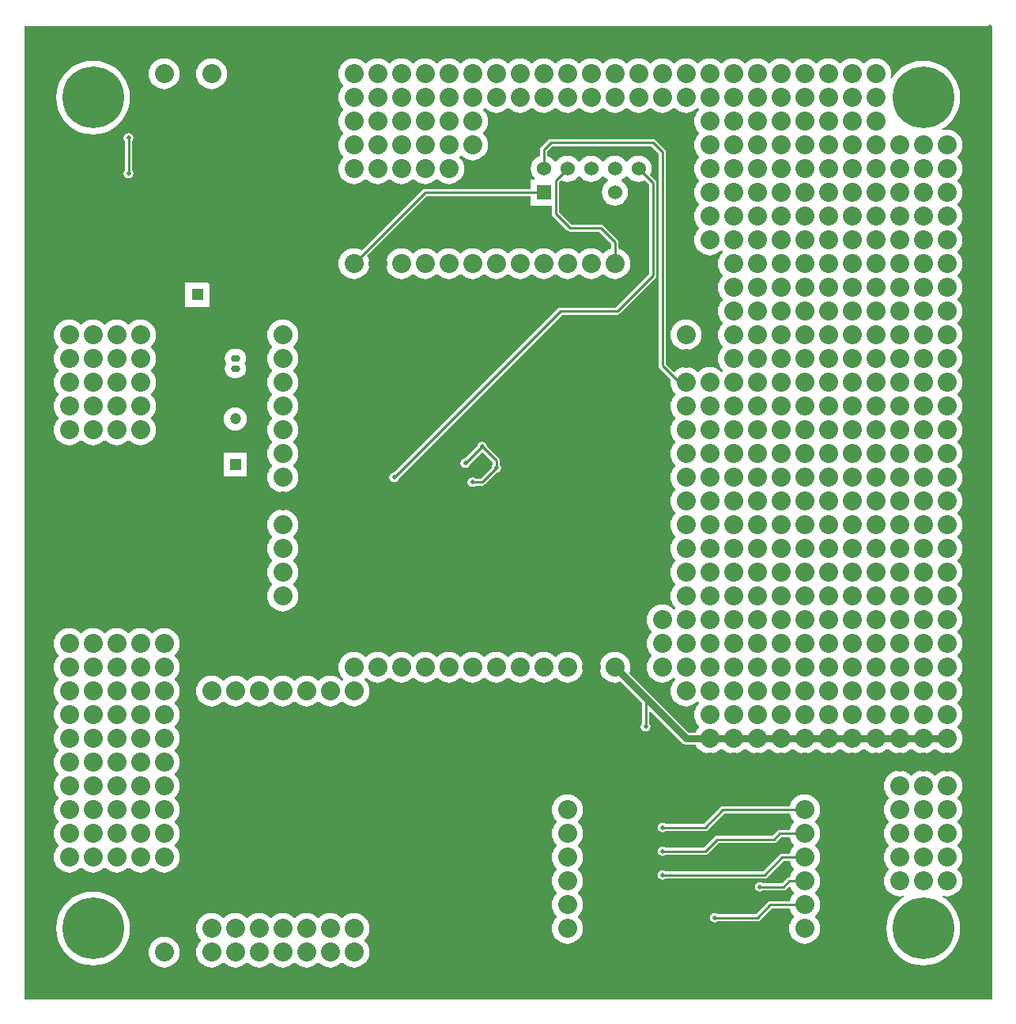
<source format=gbl>
G04 Layer_Physical_Order=2*
G04 Layer_Color=11436288*
%FSLAX25Y25*%
%MOIN*%
G70*
G01*
G75*
%ADD24C,0.03000*%
%ADD25C,0.01000*%
%ADD27C,0.08000*%
%ADD28O,0.03937X0.02953*%
%ADD29C,0.04724*%
%ADD30R,0.04724X0.04724*%
%ADD31C,0.06000*%
%ADD32R,0.06000X0.06000*%
%ADD33C,0.25984*%
%ADD34R,0.05118X0.05118*%
%ADD35C,0.05118*%
%ADD36C,0.02000*%
G36*
X439000Y440000D02*
Y30000D01*
X31000D01*
Y440000D01*
X437000D01*
X438000Y441000D01*
X439000Y440000D01*
D02*
G37*
%LPC*%
G36*
X260016Y176531D02*
X258742Y176406D01*
X257516Y176034D01*
X256387Y175431D01*
X255397Y174618D01*
X255258Y174449D01*
X254758D01*
X254619Y174618D01*
X253629Y175431D01*
X252500Y176034D01*
X251274Y176406D01*
X250000Y176531D01*
X248726Y176406D01*
X247501Y176034D01*
X246372Y175431D01*
X245382Y174618D01*
X245250Y174458D01*
X244750D01*
X244618Y174618D01*
X243629Y175431D01*
X242499Y176034D01*
X241274Y176406D01*
X240000Y176531D01*
X238726Y176406D01*
X237501Y176034D01*
X236371Y175431D01*
X235382Y174618D01*
X235250Y174458D01*
X234750D01*
X234618Y174618D01*
X233629Y175431D01*
X232500Y176034D01*
X231274Y176406D01*
X230000Y176531D01*
X228726Y176406D01*
X227501Y176034D01*
X226371Y175431D01*
X225382Y174618D01*
X225250Y174458D01*
X224750D01*
X224618Y174618D01*
X223628Y175431D01*
X222499Y176034D01*
X221274Y176406D01*
X220000Y176531D01*
X218726Y176406D01*
X217500Y176034D01*
X216371Y175431D01*
X215381Y174618D01*
X215250Y174458D01*
X214750D01*
X214618Y174618D01*
X213629Y175431D01*
X212499Y176034D01*
X211274Y176406D01*
X210000Y176531D01*
X208726Y176406D01*
X207501Y176034D01*
X206371Y175431D01*
X205382Y174618D01*
X205250Y174458D01*
X204750D01*
X204618Y174618D01*
X203629Y175431D01*
X202500Y176034D01*
X201274Y176406D01*
X200000Y176531D01*
X198726Y176406D01*
X197501Y176034D01*
X196371Y175431D01*
X195382Y174618D01*
X195250Y174458D01*
X194750D01*
X194618Y174618D01*
X193629Y175431D01*
X192499Y176034D01*
X191274Y176406D01*
X190000Y176531D01*
X188726Y176406D01*
X187501Y176034D01*
X186371Y175431D01*
X185382Y174618D01*
X185250Y174458D01*
X184750D01*
X184618Y174618D01*
X183629Y175431D01*
X182500Y176034D01*
X181274Y176406D01*
X180000Y176531D01*
X178726Y176406D01*
X177500Y176034D01*
X176371Y175431D01*
X175382Y174618D01*
X175250Y174458D01*
X174750D01*
X174618Y174618D01*
X173629Y175431D01*
X172500Y176034D01*
X171274Y176406D01*
X170000Y176531D01*
X168726Y176406D01*
X167500Y176034D01*
X166371Y175431D01*
X165382Y174618D01*
X164569Y173629D01*
X163966Y172500D01*
X163594Y171274D01*
X163469Y170000D01*
X163594Y168726D01*
X163966Y167500D01*
X164569Y166371D01*
X165382Y165382D01*
X165542Y165250D01*
Y164750D01*
X165382Y164618D01*
X165250Y164458D01*
X164750D01*
X164618Y164618D01*
X163629Y165431D01*
X162499Y166034D01*
X161274Y166406D01*
X160000Y166531D01*
X158726Y166406D01*
X157501Y166034D01*
X156371Y165431D01*
X155382Y164618D01*
X155250Y164458D01*
X154750D01*
X154618Y164618D01*
X153629Y165431D01*
X152499Y166034D01*
X151274Y166406D01*
X150000Y166531D01*
X148726Y166406D01*
X147501Y166034D01*
X146371Y165431D01*
X145382Y164618D01*
X145250Y164458D01*
X144750D01*
X144618Y164618D01*
X143629Y165431D01*
X142499Y166034D01*
X141274Y166406D01*
X140000Y166531D01*
X138726Y166406D01*
X137501Y166034D01*
X136371Y165431D01*
X135382Y164618D01*
X135250Y164458D01*
X134750D01*
X134618Y164618D01*
X133629Y165431D01*
X132500Y166034D01*
X131274Y166406D01*
X130000Y166531D01*
X128726Y166406D01*
X127500Y166034D01*
X126371Y165431D01*
X125382Y164618D01*
X125250Y164458D01*
X124750D01*
X124618Y164618D01*
X123629Y165431D01*
X122500Y166034D01*
X121274Y166406D01*
X120000Y166531D01*
X118726Y166406D01*
X117500Y166034D01*
X116371Y165431D01*
X115382Y164618D01*
X115250Y164458D01*
X114750D01*
X114618Y164618D01*
X113629Y165431D01*
X112499Y166034D01*
X111274Y166406D01*
X110000Y166531D01*
X108726Y166406D01*
X107501Y166034D01*
X106371Y165431D01*
X105382Y164618D01*
X104569Y163629D01*
X103966Y162499D01*
X103594Y161274D01*
X103469Y160000D01*
X103594Y158726D01*
X103966Y157501D01*
X104569Y156371D01*
X105382Y155382D01*
X106371Y154569D01*
X107501Y153966D01*
X108726Y153594D01*
X110000Y153469D01*
X111274Y153594D01*
X112499Y153966D01*
X113629Y154569D01*
X114618Y155382D01*
X114750Y155542D01*
X115250D01*
X115382Y155382D01*
X116371Y154569D01*
X117500Y153966D01*
X118726Y153594D01*
X120000Y153469D01*
X121274Y153594D01*
X122500Y153966D01*
X123629Y154569D01*
X124618Y155382D01*
X124750Y155542D01*
X125250D01*
X125382Y155382D01*
X126371Y154569D01*
X127500Y153966D01*
X128726Y153594D01*
X130000Y153469D01*
X131274Y153594D01*
X132500Y153966D01*
X133629Y154569D01*
X134618Y155382D01*
X134750Y155542D01*
X135250D01*
X135382Y155382D01*
X136371Y154569D01*
X137501Y153966D01*
X138726Y153594D01*
X140000Y153469D01*
X141274Y153594D01*
X142499Y153966D01*
X143629Y154569D01*
X144618Y155382D01*
X144750Y155542D01*
X145250D01*
X145382Y155382D01*
X146371Y154569D01*
X147501Y153966D01*
X148726Y153594D01*
X150000Y153469D01*
X151274Y153594D01*
X152499Y153966D01*
X153629Y154569D01*
X154618Y155382D01*
X154750Y155542D01*
X155250D01*
X155382Y155382D01*
X156371Y154569D01*
X157501Y153966D01*
X158726Y153594D01*
X160000Y153469D01*
X161274Y153594D01*
X162499Y153966D01*
X163629Y154569D01*
X164618Y155382D01*
X164750Y155542D01*
X165250D01*
X165382Y155382D01*
X166371Y154569D01*
X167500Y153966D01*
X168726Y153594D01*
X170000Y153469D01*
X171274Y153594D01*
X172500Y153966D01*
X173629Y154569D01*
X174618Y155382D01*
X175431Y156371D01*
X176034Y157501D01*
X176406Y158726D01*
X176531Y160000D01*
X176406Y161274D01*
X176034Y162499D01*
X175431Y163629D01*
X174618Y164618D01*
X174529Y164692D01*
X174512Y165217D01*
X174784Y165488D01*
X175308Y165471D01*
X175382Y165382D01*
X176371Y164569D01*
X177500Y163966D01*
X178726Y163594D01*
X180000Y163469D01*
X181274Y163594D01*
X182500Y163966D01*
X183629Y164569D01*
X184618Y165382D01*
X184750Y165542D01*
X185250D01*
X185382Y165382D01*
X186371Y164569D01*
X187501Y163966D01*
X188726Y163594D01*
X190000Y163469D01*
X191274Y163594D01*
X192499Y163966D01*
X193629Y164569D01*
X194618Y165382D01*
X194750Y165542D01*
X195250D01*
X195382Y165382D01*
X196371Y164569D01*
X197501Y163966D01*
X198726Y163594D01*
X200000Y163469D01*
X201274Y163594D01*
X202500Y163966D01*
X203629Y164569D01*
X204618Y165382D01*
X204750Y165542D01*
X205250D01*
X205382Y165382D01*
X206371Y164569D01*
X207501Y163966D01*
X208726Y163594D01*
X210000Y163469D01*
X211274Y163594D01*
X212499Y163966D01*
X213629Y164569D01*
X214618Y165382D01*
X214750Y165542D01*
X215250D01*
X215381Y165382D01*
X216371Y164569D01*
X217500Y163966D01*
X218726Y163594D01*
X220000Y163469D01*
X221274Y163594D01*
X222499Y163966D01*
X223628Y164569D01*
X224618Y165382D01*
X224750Y165542D01*
X225250D01*
X225382Y165382D01*
X226371Y164569D01*
X227501Y163966D01*
X228726Y163594D01*
X230000Y163469D01*
X231274Y163594D01*
X232500Y163966D01*
X233629Y164569D01*
X234618Y165382D01*
X234750Y165542D01*
X235250D01*
X235382Y165382D01*
X236371Y164569D01*
X237501Y163966D01*
X238726Y163594D01*
X240000Y163469D01*
X241274Y163594D01*
X242499Y163966D01*
X243629Y164569D01*
X244618Y165382D01*
X244750Y165542D01*
X245250D01*
X245382Y165382D01*
X246372Y164569D01*
X247501Y163966D01*
X248726Y163594D01*
X250000Y163469D01*
X251274Y163594D01*
X252500Y163966D01*
X253629Y164569D01*
X254619Y165382D01*
X254758Y165551D01*
X255258D01*
X255397Y165382D01*
X256387Y164569D01*
X257516Y163966D01*
X258742Y163594D01*
X260016Y163469D01*
X261290Y163594D01*
X262515Y163966D01*
X263645Y164569D01*
X264634Y165382D01*
X265446Y166371D01*
X266050Y167500D01*
X266422Y168726D01*
X266547Y170000D01*
X266422Y171274D01*
X266050Y172500D01*
X265446Y173629D01*
X264634Y174618D01*
X263645Y175431D01*
X262515Y176034D01*
X261290Y176406D01*
X260016Y176531D01*
D02*
G37*
G36*
X420000Y126531D02*
X418726Y126406D01*
X417500Y126034D01*
X416371Y125431D01*
X415382Y124618D01*
X415250Y124458D01*
X414750D01*
X414618Y124618D01*
X413629Y125431D01*
X412500Y126034D01*
X411274Y126406D01*
X410000Y126531D01*
X408726Y126406D01*
X407501Y126034D01*
X406371Y125431D01*
X405382Y124618D01*
X405250Y124458D01*
X404750D01*
X404618Y124618D01*
X403629Y125431D01*
X402499Y126034D01*
X401274Y126406D01*
X400000Y126531D01*
X398726Y126406D01*
X397500Y126034D01*
X396371Y125431D01*
X395382Y124618D01*
X394569Y123629D01*
X393966Y122500D01*
X393594Y121274D01*
X393469Y120000D01*
X393594Y118726D01*
X393966Y117500D01*
X394569Y116371D01*
X395382Y115382D01*
X395542Y115250D01*
Y114750D01*
X395382Y114618D01*
X394569Y113629D01*
X393966Y112499D01*
X393594Y111274D01*
X393469Y110000D01*
X393594Y108726D01*
X393966Y107501D01*
X394569Y106371D01*
X395382Y105382D01*
X395542Y105250D01*
Y104750D01*
X395382Y104618D01*
X394569Y103629D01*
X393966Y102499D01*
X393594Y101274D01*
X393469Y100000D01*
X393594Y98726D01*
X393966Y97500D01*
X394569Y96371D01*
X395382Y95382D01*
X395542Y95250D01*
Y94750D01*
X395382Y94618D01*
X394569Y93629D01*
X393966Y92500D01*
X393594Y91274D01*
X393469Y90000D01*
X393594Y88726D01*
X393966Y87501D01*
X394569Y86371D01*
X395382Y85382D01*
X395542Y85250D01*
Y84750D01*
X395382Y84618D01*
X394569Y83629D01*
X393966Y82499D01*
X393594Y81274D01*
X393469Y80000D01*
X393594Y78726D01*
X393966Y77500D01*
X394569Y76371D01*
X395382Y75382D01*
X396371Y74569D01*
X397500Y73966D01*
X398726Y73594D01*
X400000Y73469D01*
X401274Y73594D01*
X401873Y73776D01*
X402079Y73316D01*
X400866Y72572D01*
X399011Y70989D01*
X397428Y69134D01*
X396154Y67055D01*
X395221Y64802D01*
X394651Y62431D01*
X394460Y60000D01*
X394651Y57569D01*
X395221Y55198D01*
X396154Y52945D01*
X397428Y50866D01*
X399011Y49011D01*
X400866Y47428D01*
X402945Y46154D01*
X405198Y45221D01*
X407569Y44651D01*
X410000Y44460D01*
X412431Y44651D01*
X414802Y45221D01*
X417055Y46154D01*
X419134Y47428D01*
X420989Y49011D01*
X422572Y50866D01*
X423846Y52945D01*
X424779Y55198D01*
X425349Y57569D01*
X425540Y60000D01*
X425349Y62431D01*
X424779Y64802D01*
X423846Y67055D01*
X422572Y69134D01*
X420989Y70989D01*
X419134Y72572D01*
X417921Y73316D01*
X418127Y73776D01*
X418726Y73594D01*
X420000Y73469D01*
X421274Y73594D01*
X422500Y73966D01*
X423629Y74569D01*
X424618Y75382D01*
X425431Y76371D01*
X426034Y77500D01*
X426406Y78726D01*
X426532Y80000D01*
X426406Y81274D01*
X426034Y82499D01*
X425431Y83629D01*
X424618Y84618D01*
X424458Y84750D01*
Y85250D01*
X424618Y85382D01*
X425431Y86371D01*
X426034Y87501D01*
X426406Y88726D01*
X426532Y90000D01*
X426406Y91274D01*
X426034Y92500D01*
X425431Y93629D01*
X424618Y94618D01*
X424458Y94750D01*
Y95250D01*
X424618Y95382D01*
X425431Y96371D01*
X426034Y97500D01*
X426406Y98726D01*
X426532Y100000D01*
X426406Y101274D01*
X426034Y102499D01*
X425431Y103629D01*
X424618Y104618D01*
X424458Y104750D01*
Y105250D01*
X424618Y105382D01*
X425431Y106371D01*
X426034Y107501D01*
X426406Y108726D01*
X426532Y110000D01*
X426406Y111274D01*
X426034Y112499D01*
X425431Y113629D01*
X424618Y114618D01*
X424458Y114750D01*
Y115250D01*
X424618Y115382D01*
X425431Y116371D01*
X426034Y117500D01*
X426406Y118726D01*
X426532Y120000D01*
X426406Y121274D01*
X426034Y122500D01*
X425431Y123629D01*
X424618Y124618D01*
X423629Y125431D01*
X422500Y126034D01*
X421274Y126406D01*
X420000Y126531D01*
D02*
G37*
G36*
X90000Y186531D02*
X88726Y186406D01*
X87501Y186034D01*
X86371Y185431D01*
X85382Y184618D01*
X85250Y184458D01*
X84750D01*
X84618Y184618D01*
X83629Y185431D01*
X82499Y186034D01*
X81274Y186406D01*
X80000Y186531D01*
X78726Y186406D01*
X77500Y186034D01*
X76371Y185431D01*
X75382Y184618D01*
X75250Y184458D01*
X74750D01*
X74618Y184618D01*
X73629Y185431D01*
X72500Y186034D01*
X71274Y186406D01*
X70000Y186531D01*
X68726Y186406D01*
X67501Y186034D01*
X66371Y185431D01*
X65382Y184618D01*
X65250Y184458D01*
X64750D01*
X64618Y184618D01*
X63629Y185431D01*
X62499Y186034D01*
X61274Y186406D01*
X60000Y186531D01*
X58726Y186406D01*
X57500Y186034D01*
X56371Y185431D01*
X55382Y184618D01*
X55250Y184458D01*
X54750D01*
X54618Y184618D01*
X53629Y185431D01*
X52500Y186034D01*
X51274Y186406D01*
X50000Y186531D01*
X48726Y186406D01*
X47501Y186034D01*
X46371Y185431D01*
X45382Y184618D01*
X44569Y183629D01*
X43966Y182500D01*
X43594Y181274D01*
X43468Y180000D01*
X43594Y178726D01*
X43966Y177500D01*
X44569Y176371D01*
X45382Y175382D01*
X45542Y175250D01*
Y174750D01*
X45382Y174618D01*
X44569Y173629D01*
X43966Y172500D01*
X43594Y171274D01*
X43468Y170000D01*
X43594Y168726D01*
X43966Y167500D01*
X44569Y166371D01*
X45382Y165382D01*
X45542Y165250D01*
Y164750D01*
X45382Y164618D01*
X44569Y163629D01*
X43966Y162499D01*
X43594Y161274D01*
X43468Y160000D01*
X43594Y158726D01*
X43966Y157501D01*
X44569Y156371D01*
X45382Y155382D01*
X45542Y155250D01*
Y154750D01*
X45382Y154618D01*
X44569Y153629D01*
X43966Y152499D01*
X43594Y151274D01*
X43468Y150000D01*
X43594Y148726D01*
X43966Y147501D01*
X44569Y146371D01*
X45382Y145382D01*
X45542Y145250D01*
Y144750D01*
X45382Y144618D01*
X44569Y143629D01*
X43966Y142499D01*
X43594Y141274D01*
X43468Y140000D01*
X43594Y138726D01*
X43966Y137501D01*
X44569Y136371D01*
X45382Y135382D01*
X45542Y135250D01*
Y134750D01*
X45382Y134618D01*
X44569Y133629D01*
X43966Y132500D01*
X43594Y131274D01*
X43468Y130000D01*
X43594Y128726D01*
X43966Y127500D01*
X44569Y126371D01*
X45382Y125382D01*
X45542Y125250D01*
Y124750D01*
X45382Y124618D01*
X44569Y123629D01*
X43966Y122500D01*
X43594Y121274D01*
X43468Y120000D01*
X43594Y118726D01*
X43966Y117500D01*
X44569Y116371D01*
X45382Y115382D01*
X45542Y115250D01*
Y114750D01*
X45382Y114618D01*
X44569Y113629D01*
X43966Y112499D01*
X43594Y111274D01*
X43468Y110000D01*
X43594Y108726D01*
X43966Y107501D01*
X44569Y106371D01*
X45382Y105382D01*
X45542Y105250D01*
Y104750D01*
X45382Y104618D01*
X44569Y103629D01*
X43966Y102499D01*
X43594Y101274D01*
X43468Y100000D01*
X43594Y98726D01*
X43966Y97500D01*
X44569Y96371D01*
X45382Y95382D01*
X45542Y95250D01*
Y94750D01*
X45382Y94618D01*
X44569Y93629D01*
X43966Y92500D01*
X43594Y91274D01*
X43468Y90000D01*
X43594Y88726D01*
X43966Y87501D01*
X44569Y86371D01*
X45382Y85382D01*
X46371Y84569D01*
X47501Y83966D01*
X48726Y83594D01*
X50000Y83469D01*
X51274Y83594D01*
X52500Y83966D01*
X53629Y84569D01*
X54618Y85382D01*
X54750Y85542D01*
X55250D01*
X55382Y85382D01*
X56371Y84569D01*
X57500Y83966D01*
X58726Y83594D01*
X60000Y83469D01*
X61274Y83594D01*
X62499Y83966D01*
X63629Y84569D01*
X64618Y85382D01*
X64750Y85542D01*
X65250D01*
X65382Y85382D01*
X66371Y84569D01*
X67501Y83966D01*
X68726Y83594D01*
X70000Y83469D01*
X71274Y83594D01*
X72500Y83966D01*
X73629Y84569D01*
X74618Y85382D01*
X74750Y85542D01*
X75250D01*
X75382Y85382D01*
X76371Y84569D01*
X77500Y83966D01*
X78726Y83594D01*
X80000Y83469D01*
X81274Y83594D01*
X82499Y83966D01*
X83629Y84569D01*
X84618Y85382D01*
X84750Y85542D01*
X85250D01*
X85382Y85382D01*
X86371Y84569D01*
X87501Y83966D01*
X88726Y83594D01*
X90000Y83469D01*
X91274Y83594D01*
X92500Y83966D01*
X93629Y84569D01*
X94618Y85382D01*
X95431Y86371D01*
X96034Y87501D01*
X96406Y88726D01*
X96531Y90000D01*
X96406Y91274D01*
X96034Y92500D01*
X95431Y93629D01*
X94618Y94618D01*
X94458Y94750D01*
Y95250D01*
X94618Y95382D01*
X95431Y96371D01*
X96034Y97500D01*
X96406Y98726D01*
X96531Y100000D01*
X96406Y101274D01*
X96034Y102499D01*
X95431Y103629D01*
X94618Y104618D01*
X94458Y104750D01*
Y105250D01*
X94618Y105382D01*
X95431Y106371D01*
X96034Y107501D01*
X96406Y108726D01*
X96531Y110000D01*
X96406Y111274D01*
X96034Y112499D01*
X95431Y113629D01*
X94618Y114618D01*
X94458Y114750D01*
Y115250D01*
X94618Y115382D01*
X95431Y116371D01*
X96034Y117500D01*
X96406Y118726D01*
X96531Y120000D01*
X96406Y121274D01*
X96034Y122500D01*
X95431Y123629D01*
X94618Y124618D01*
X94458Y124750D01*
Y125250D01*
X94618Y125382D01*
X95431Y126371D01*
X96034Y127500D01*
X96406Y128726D01*
X96531Y130000D01*
X96406Y131274D01*
X96034Y132500D01*
X95431Y133629D01*
X94618Y134618D01*
X94458Y134750D01*
Y135250D01*
X94618Y135382D01*
X95431Y136371D01*
X96034Y137501D01*
X96406Y138726D01*
X96531Y140000D01*
X96406Y141274D01*
X96034Y142499D01*
X95431Y143629D01*
X94618Y144618D01*
X94458Y144750D01*
Y145250D01*
X94618Y145382D01*
X95431Y146371D01*
X96034Y147501D01*
X96406Y148726D01*
X96531Y150000D01*
X96406Y151274D01*
X96034Y152499D01*
X95431Y153629D01*
X94618Y154618D01*
X94458Y154750D01*
Y155250D01*
X94618Y155382D01*
X95431Y156371D01*
X96034Y157501D01*
X96406Y158726D01*
X96531Y160000D01*
X96406Y161274D01*
X96034Y162499D01*
X95431Y163629D01*
X94618Y164618D01*
X94458Y164750D01*
Y165250D01*
X94618Y165382D01*
X95431Y166371D01*
X96034Y167500D01*
X96406Y168726D01*
X96531Y170000D01*
X96406Y171274D01*
X96034Y172500D01*
X95431Y173629D01*
X94618Y174618D01*
X94458Y174750D01*
Y175250D01*
X94618Y175382D01*
X95431Y176371D01*
X96034Y177500D01*
X96406Y178726D01*
X96531Y180000D01*
X96406Y181274D01*
X96034Y182500D01*
X95431Y183629D01*
X94618Y184618D01*
X93629Y185431D01*
X92500Y186034D01*
X91274Y186406D01*
X90000Y186531D01*
D02*
G37*
G36*
X140000Y316531D02*
X138726Y316406D01*
X137501Y316034D01*
X136371Y315431D01*
X135382Y314618D01*
X134569Y313629D01*
X133966Y312499D01*
X133594Y311274D01*
X133469Y310000D01*
X133594Y308726D01*
X133966Y307501D01*
X134569Y306371D01*
X135382Y305382D01*
X135542Y305250D01*
Y304750D01*
X135382Y304618D01*
X134569Y303629D01*
X133966Y302500D01*
X133594Y301274D01*
X133469Y300000D01*
X133594Y298726D01*
X133966Y297500D01*
X134569Y296371D01*
X135382Y295382D01*
X135542Y295250D01*
Y294750D01*
X135381Y294618D01*
X134569Y293629D01*
X133966Y292499D01*
X133594Y291274D01*
X133468Y290000D01*
X133594Y288726D01*
X133966Y287501D01*
X134569Y286371D01*
X135381Y285382D01*
X135542Y285250D01*
Y284750D01*
X135382Y284618D01*
X134569Y283629D01*
X133966Y282500D01*
X133594Y281274D01*
X133469Y280000D01*
X133594Y278726D01*
X133966Y277501D01*
X134569Y276371D01*
X135382Y275382D01*
X135542Y275250D01*
Y274750D01*
X135382Y274618D01*
X134569Y273629D01*
X133966Y272499D01*
X133594Y271274D01*
X133469Y270000D01*
X133594Y268726D01*
X133966Y267500D01*
X134569Y266371D01*
X135382Y265382D01*
X135542Y265250D01*
Y264750D01*
X135382Y264618D01*
X134569Y263629D01*
X133966Y262499D01*
X133594Y261274D01*
X133469Y260000D01*
X133594Y258726D01*
X133966Y257501D01*
X134569Y256371D01*
X135382Y255382D01*
X135542Y255250D01*
Y254750D01*
X135382Y254618D01*
X134569Y253629D01*
X133966Y252500D01*
X133594Y251274D01*
X133469Y250000D01*
X133594Y248726D01*
X133966Y247500D01*
X134569Y246371D01*
X135382Y245382D01*
X136371Y244569D01*
X137501Y243966D01*
X138726Y243594D01*
X140000Y243469D01*
X141274Y243594D01*
X142499Y243966D01*
X143629Y244569D01*
X144618Y245382D01*
X145431Y246371D01*
X146034Y247500D01*
X146406Y248726D01*
X146531Y250000D01*
X146406Y251274D01*
X146034Y252500D01*
X145431Y253629D01*
X144618Y254618D01*
X144458Y254750D01*
Y255250D01*
X144618Y255382D01*
X145431Y256371D01*
X146034Y257501D01*
X146406Y258726D01*
X146531Y260000D01*
X146406Y261274D01*
X146034Y262499D01*
X145431Y263629D01*
X144618Y264618D01*
X144458Y264750D01*
Y265250D01*
X144618Y265382D01*
X145431Y266371D01*
X146034Y267500D01*
X146406Y268726D01*
X146531Y270000D01*
X146406Y271274D01*
X146034Y272499D01*
X145431Y273629D01*
X144618Y274618D01*
X144458Y274750D01*
Y275250D01*
X144618Y275382D01*
X145431Y276371D01*
X146034Y277501D01*
X146406Y278726D01*
X146531Y280000D01*
X146406Y281274D01*
X146034Y282500D01*
X145431Y283629D01*
X144618Y284618D01*
X144458Y284750D01*
Y285250D01*
X144618Y285382D01*
X145431Y286371D01*
X146034Y287501D01*
X146406Y288726D01*
X146531Y290000D01*
X146406Y291274D01*
X146034Y292499D01*
X145431Y293629D01*
X144618Y294618D01*
X144458Y294750D01*
Y295250D01*
X144618Y295382D01*
X145431Y296371D01*
X146034Y297500D01*
X146406Y298726D01*
X146531Y300000D01*
X146406Y301274D01*
X146034Y302500D01*
X145431Y303629D01*
X144618Y304618D01*
X144458Y304750D01*
Y305250D01*
X144618Y305382D01*
X145431Y306371D01*
X146034Y307501D01*
X146406Y308726D01*
X146531Y310000D01*
X146406Y311274D01*
X146034Y312499D01*
X145431Y313629D01*
X144618Y314618D01*
X143629Y315431D01*
X142499Y316034D01*
X141274Y316406D01*
X140000Y316531D01*
D02*
G37*
G36*
Y236531D02*
X138726Y236406D01*
X137501Y236034D01*
X136371Y235431D01*
X135382Y234618D01*
X134569Y233629D01*
X133966Y232500D01*
X133594Y231274D01*
X133469Y230000D01*
X133594Y228726D01*
X133966Y227501D01*
X134569Y226371D01*
X135382Y225382D01*
X135542Y225250D01*
Y224750D01*
X135382Y224618D01*
X134569Y223629D01*
X133966Y222499D01*
X133594Y221274D01*
X133469Y220000D01*
X133594Y218726D01*
X133966Y217500D01*
X134569Y216371D01*
X135382Y215382D01*
X135542Y215250D01*
Y214750D01*
X135382Y214618D01*
X134569Y213629D01*
X133966Y212499D01*
X133594Y211274D01*
X133469Y210000D01*
X133594Y208726D01*
X133966Y207501D01*
X134569Y206371D01*
X135382Y205382D01*
X135542Y205250D01*
Y204750D01*
X135382Y204618D01*
X134569Y203629D01*
X133966Y202500D01*
X133594Y201274D01*
X133469Y200000D01*
X133594Y198726D01*
X133966Y197501D01*
X134569Y196371D01*
X135382Y195382D01*
X136371Y194569D01*
X137501Y193966D01*
X138726Y193594D01*
X140000Y193469D01*
X141274Y193594D01*
X142499Y193966D01*
X143629Y194569D01*
X144618Y195382D01*
X145431Y196371D01*
X146034Y197501D01*
X146406Y198726D01*
X146531Y200000D01*
X146406Y201274D01*
X146034Y202500D01*
X145431Y203629D01*
X144618Y204618D01*
X144458Y204750D01*
Y205250D01*
X144618Y205382D01*
X145431Y206371D01*
X146034Y207501D01*
X146406Y208726D01*
X146531Y210000D01*
X146406Y211274D01*
X146034Y212499D01*
X145431Y213629D01*
X144618Y214618D01*
X144458Y214750D01*
Y215250D01*
X144618Y215382D01*
X145431Y216371D01*
X146034Y217500D01*
X146406Y218726D01*
X146531Y220000D01*
X146406Y221274D01*
X146034Y222499D01*
X145431Y223629D01*
X144618Y224618D01*
X144458Y224750D01*
Y225250D01*
X144618Y225382D01*
X145431Y226371D01*
X146034Y227501D01*
X146406Y228726D01*
X146531Y230000D01*
X146406Y231274D01*
X146034Y232500D01*
X145431Y233629D01*
X144618Y234618D01*
X143629Y235431D01*
X142499Y236034D01*
X141274Y236406D01*
X140000Y236531D01*
D02*
G37*
G36*
X60000Y75540D02*
X57569Y75349D01*
X55198Y74779D01*
X52945Y73846D01*
X50866Y72572D01*
X49011Y70989D01*
X47428Y69134D01*
X46154Y67055D01*
X45221Y64802D01*
X44651Y62431D01*
X44460Y60000D01*
X44651Y57569D01*
X45221Y55198D01*
X46154Y52945D01*
X47428Y50866D01*
X49011Y49011D01*
X50866Y47428D01*
X52945Y46154D01*
X55198Y45221D01*
X57569Y44651D01*
X60000Y44460D01*
X62431Y44651D01*
X64802Y45221D01*
X67055Y46154D01*
X69134Y47428D01*
X70989Y49011D01*
X72572Y50866D01*
X73846Y52945D01*
X74779Y55198D01*
X75349Y57569D01*
X75540Y60000D01*
X75349Y62431D01*
X74779Y64802D01*
X73846Y67055D01*
X72572Y69134D01*
X70989Y70989D01*
X69134Y72572D01*
X67055Y73846D01*
X64802Y74779D01*
X62431Y75349D01*
X60000Y75540D01*
D02*
G37*
G36*
X90000Y56531D02*
X88726Y56406D01*
X87501Y56034D01*
X86371Y55431D01*
X85382Y54618D01*
X84569Y53629D01*
X83966Y52500D01*
X83594Y51274D01*
X83469Y50000D01*
X83594Y48726D01*
X83966Y47501D01*
X84569Y46371D01*
X85382Y45382D01*
X86371Y44569D01*
X87501Y43966D01*
X88726Y43594D01*
X90000Y43468D01*
X91274Y43594D01*
X92500Y43966D01*
X93629Y44569D01*
X94618Y45382D01*
X95431Y46371D01*
X96034Y47501D01*
X96406Y48726D01*
X96531Y50000D01*
X96406Y51274D01*
X96034Y52500D01*
X95431Y53629D01*
X94618Y54618D01*
X93629Y55431D01*
X92500Y56034D01*
X91274Y56406D01*
X90000Y56531D01*
D02*
G37*
G36*
X260000Y116531D02*
X258726Y116406D01*
X257501Y116034D01*
X256371Y115431D01*
X255382Y114618D01*
X254569Y113629D01*
X253966Y112499D01*
X253594Y111274D01*
X253469Y110000D01*
X253594Y108726D01*
X253966Y107501D01*
X254569Y106371D01*
X255382Y105382D01*
X255542Y105250D01*
Y104750D01*
X255382Y104618D01*
X254569Y103629D01*
X253966Y102499D01*
X253594Y101274D01*
X253469Y100000D01*
X253594Y98726D01*
X253966Y97500D01*
X254569Y96371D01*
X255382Y95382D01*
X255542Y95250D01*
Y94750D01*
X255382Y94618D01*
X254569Y93629D01*
X253966Y92500D01*
X253594Y91274D01*
X253469Y90000D01*
X253594Y88726D01*
X253966Y87501D01*
X254569Y86371D01*
X255382Y85382D01*
X255542Y85250D01*
Y84750D01*
X255382Y84618D01*
X254569Y83629D01*
X253966Y82499D01*
X253594Y81274D01*
X253469Y80000D01*
X253594Y78726D01*
X253966Y77500D01*
X254569Y76371D01*
X255382Y75382D01*
X255542Y75250D01*
Y74750D01*
X255382Y74618D01*
X254569Y73629D01*
X253966Y72500D01*
X253594Y71274D01*
X253469Y70000D01*
X253594Y68726D01*
X253966Y67501D01*
X254569Y66371D01*
X255382Y65382D01*
X255542Y65250D01*
Y64750D01*
X255382Y64618D01*
X254569Y63629D01*
X253966Y62499D01*
X253594Y61274D01*
X253469Y60000D01*
X253594Y58726D01*
X253966Y57500D01*
X254569Y56371D01*
X255382Y55382D01*
X256371Y54569D01*
X257501Y53966D01*
X258726Y53594D01*
X260000Y53469D01*
X261274Y53594D01*
X262499Y53966D01*
X263629Y54569D01*
X264618Y55382D01*
X265431Y56371D01*
X266034Y57500D01*
X266406Y58726D01*
X266531Y60000D01*
X266406Y61274D01*
X266034Y62499D01*
X265431Y63629D01*
X264618Y64618D01*
X264458Y64750D01*
Y65250D01*
X264618Y65382D01*
X265431Y66371D01*
X266034Y67501D01*
X266406Y68726D01*
X266531Y70000D01*
X266406Y71274D01*
X266034Y72500D01*
X265431Y73629D01*
X264618Y74618D01*
X264458Y74750D01*
Y75250D01*
X264618Y75382D01*
X265431Y76371D01*
X266034Y77500D01*
X266406Y78726D01*
X266531Y80000D01*
X266406Y81274D01*
X266034Y82499D01*
X265431Y83629D01*
X264618Y84618D01*
X264458Y84750D01*
Y85250D01*
X264618Y85382D01*
X265431Y86371D01*
X266034Y87501D01*
X266406Y88726D01*
X266531Y90000D01*
X266406Y91274D01*
X266034Y92500D01*
X265431Y93629D01*
X264618Y94618D01*
X264458Y94750D01*
Y95250D01*
X264618Y95382D01*
X265431Y96371D01*
X266034Y97500D01*
X266406Y98726D01*
X266531Y100000D01*
X266406Y101274D01*
X266034Y102499D01*
X265431Y103629D01*
X264618Y104618D01*
X264458Y104750D01*
Y105250D01*
X264618Y105382D01*
X265431Y106371D01*
X266034Y107501D01*
X266406Y108726D01*
X266531Y110000D01*
X266406Y111274D01*
X266034Y112499D01*
X265431Y113629D01*
X264618Y114618D01*
X263629Y115431D01*
X262499Y116034D01*
X261274Y116406D01*
X260000Y116531D01*
D02*
G37*
G36*
X360000D02*
X358726Y116406D01*
X357501Y116034D01*
X356371Y115431D01*
X355382Y114618D01*
X354569Y113629D01*
X353966Y112499D01*
X353672Y111529D01*
X325615D01*
X325029Y111413D01*
X324533Y111081D01*
X317473Y104021D01*
X301417D01*
X300887Y104376D01*
X300106Y104531D01*
X299326Y104376D01*
X298664Y103934D01*
X298222Y103272D01*
X298067Y102492D01*
X298222Y101711D01*
X298664Y101050D01*
X299326Y100608D01*
X300106Y100453D01*
X300887Y100608D01*
X301417Y100962D01*
X318106D01*
X318691Y101079D01*
X319188Y101410D01*
X326248Y108471D01*
X353672D01*
X353966Y107501D01*
X354569Y106371D01*
X355382Y105382D01*
X355542Y105250D01*
Y104750D01*
X355382Y104618D01*
X354569Y103629D01*
X353966Y102499D01*
X353672Y101529D01*
X349615D01*
X349029Y101413D01*
X348533Y101081D01*
X346473Y99021D01*
X323106D01*
X322521Y98905D01*
X322025Y98573D01*
X317473Y94021D01*
X301417D01*
X300887Y94376D01*
X300106Y94531D01*
X299326Y94376D01*
X298664Y93934D01*
X298222Y93272D01*
X298067Y92492D01*
X298222Y91711D01*
X298664Y91050D01*
X299326Y90608D01*
X300106Y90453D01*
X300887Y90608D01*
X301417Y90962D01*
X318106D01*
X318691Y91079D01*
X319188Y91410D01*
X323740Y95962D01*
X347106D01*
X347691Y96079D01*
X348188Y96410D01*
X350248Y98471D01*
X353672D01*
X353966Y97500D01*
X354569Y96371D01*
X355382Y95382D01*
X355542Y95250D01*
Y94750D01*
X355382Y94618D01*
X354569Y93629D01*
X353966Y92500D01*
X353672Y91529D01*
X350615D01*
X350029Y91413D01*
X349533Y91081D01*
X342473Y84021D01*
X301438D01*
X300895Y84384D01*
X300114Y84539D01*
X299334Y84384D01*
X298673Y83942D01*
X298231Y83280D01*
X298075Y82500D01*
X298231Y81720D01*
X298673Y81058D01*
X299334Y80616D01*
X300114Y80461D01*
X300895Y80616D01*
X301413Y80962D01*
X343106D01*
X343691Y81079D01*
X344188Y81410D01*
X351248Y88471D01*
X353672D01*
X353966Y87501D01*
X354569Y86371D01*
X355382Y85382D01*
X355542Y85250D01*
Y84750D01*
X355382Y84618D01*
X354569Y83629D01*
X353966Y82499D01*
X353672Y81529D01*
X353614D01*
X353126Y81432D01*
X353029Y81413D01*
X352533Y81081D01*
X350481Y79029D01*
X342409D01*
X341878Y79384D01*
X341098Y79539D01*
X340318Y79384D01*
X339656Y78942D01*
X339214Y78280D01*
X339059Y77500D01*
X339214Y76720D01*
X339656Y76058D01*
X340318Y75616D01*
X341098Y75461D01*
X341878Y75616D01*
X342409Y75971D01*
X351115D01*
X351700Y76087D01*
X352196Y76419D01*
X353462Y77684D01*
X353947Y77563D01*
X353966Y77500D01*
X354569Y76371D01*
X355382Y75382D01*
X355542Y75250D01*
Y74750D01*
X355382Y74618D01*
X354569Y73629D01*
X353966Y72500D01*
X353672Y71529D01*
X345615D01*
X345029Y71413D01*
X344533Y71081D01*
X339473Y66021D01*
X323417D01*
X322887Y66376D01*
X322106Y66531D01*
X321326Y66376D01*
X320664Y65934D01*
X320222Y65272D01*
X320067Y64492D01*
X320222Y63711D01*
X320664Y63050D01*
X321326Y62608D01*
X322106Y62453D01*
X322887Y62608D01*
X323417Y62962D01*
X340106D01*
X340691Y63079D01*
X341188Y63410D01*
X346248Y68471D01*
X353672D01*
X353966Y67501D01*
X354569Y66371D01*
X355382Y65382D01*
X355542Y65250D01*
Y64750D01*
X355382Y64618D01*
X354569Y63629D01*
X353966Y62499D01*
X353594Y61274D01*
X353469Y60000D01*
X353594Y58726D01*
X353966Y57500D01*
X354569Y56371D01*
X355382Y55382D01*
X356371Y54569D01*
X357501Y53966D01*
X358726Y53594D01*
X360000Y53469D01*
X361274Y53594D01*
X362499Y53966D01*
X363629Y54569D01*
X364618Y55382D01*
X365431Y56371D01*
X366034Y57500D01*
X366406Y58726D01*
X366531Y60000D01*
X366406Y61274D01*
X366034Y62499D01*
X365431Y63629D01*
X364618Y64618D01*
X364458Y64750D01*
Y65250D01*
X364618Y65382D01*
X365431Y66371D01*
X366034Y67501D01*
X366406Y68726D01*
X366531Y70000D01*
X366406Y71274D01*
X366034Y72500D01*
X365431Y73629D01*
X364618Y74618D01*
X364458Y74750D01*
Y75250D01*
X364618Y75382D01*
X365431Y76371D01*
X366034Y77500D01*
X366406Y78726D01*
X366531Y80000D01*
X366406Y81274D01*
X366034Y82499D01*
X365431Y83629D01*
X364618Y84618D01*
X364458Y84750D01*
Y85250D01*
X364618Y85382D01*
X365431Y86371D01*
X366034Y87501D01*
X366406Y88726D01*
X366531Y90000D01*
X366406Y91274D01*
X366034Y92500D01*
X365431Y93629D01*
X364618Y94618D01*
X364458Y94750D01*
Y95250D01*
X364618Y95382D01*
X365431Y96371D01*
X366034Y97500D01*
X366406Y98726D01*
X366531Y100000D01*
X366406Y101274D01*
X366034Y102499D01*
X365431Y103629D01*
X364618Y104618D01*
X364458Y104750D01*
Y105250D01*
X364618Y105382D01*
X365431Y106371D01*
X366034Y107501D01*
X366406Y108726D01*
X366531Y110000D01*
X366406Y111274D01*
X366034Y112499D01*
X365431Y113629D01*
X364618Y114618D01*
X363629Y115431D01*
X362499Y116034D01*
X361274Y116406D01*
X360000Y116531D01*
D02*
G37*
G36*
X170000Y66531D02*
X168726Y66406D01*
X167500Y66034D01*
X166371Y65431D01*
X165382Y64618D01*
X165250Y64458D01*
X164750D01*
X164618Y64618D01*
X163629Y65431D01*
X162499Y66034D01*
X161274Y66406D01*
X160000Y66531D01*
X158726Y66406D01*
X157501Y66034D01*
X156371Y65431D01*
X155382Y64618D01*
X155250Y64458D01*
X154750D01*
X154618Y64618D01*
X153629Y65431D01*
X152499Y66034D01*
X151274Y66406D01*
X150000Y66531D01*
X148726Y66406D01*
X147501Y66034D01*
X146371Y65431D01*
X145382Y64618D01*
X145250Y64458D01*
X144750D01*
X144618Y64618D01*
X143629Y65431D01*
X142499Y66034D01*
X141274Y66406D01*
X140000Y66531D01*
X138726Y66406D01*
X137501Y66034D01*
X136371Y65431D01*
X135382Y64618D01*
X135250Y64458D01*
X134750D01*
X134618Y64618D01*
X133629Y65431D01*
X132500Y66034D01*
X131274Y66406D01*
X130000Y66531D01*
X128726Y66406D01*
X127500Y66034D01*
X126371Y65431D01*
X125382Y64618D01*
X125250Y64458D01*
X124750D01*
X124618Y64618D01*
X123629Y65431D01*
X122500Y66034D01*
X121274Y66406D01*
X120000Y66531D01*
X118726Y66406D01*
X117500Y66034D01*
X116371Y65431D01*
X115382Y64618D01*
X115250Y64458D01*
X114750D01*
X114618Y64618D01*
X113629Y65431D01*
X112499Y66034D01*
X111274Y66406D01*
X110000Y66531D01*
X108726Y66406D01*
X107501Y66034D01*
X106371Y65431D01*
X105382Y64618D01*
X104569Y63629D01*
X103966Y62499D01*
X103594Y61274D01*
X103469Y60000D01*
X103594Y58726D01*
X103966Y57500D01*
X104569Y56371D01*
X105382Y55382D01*
X105542Y55250D01*
Y54750D01*
X105382Y54618D01*
X104569Y53629D01*
X103966Y52500D01*
X103594Y51274D01*
X103469Y50000D01*
X103594Y48726D01*
X103966Y47501D01*
X104569Y46371D01*
X105382Y45382D01*
X106371Y44569D01*
X107501Y43966D01*
X108726Y43594D01*
X110000Y43468D01*
X111274Y43594D01*
X112499Y43966D01*
X113629Y44569D01*
X114618Y45382D01*
X114750Y45542D01*
X115250D01*
X115382Y45382D01*
X116371Y44569D01*
X117500Y43966D01*
X118726Y43594D01*
X120000Y43468D01*
X121274Y43594D01*
X122500Y43966D01*
X123629Y44569D01*
X124618Y45382D01*
X124750Y45542D01*
X125250D01*
X125382Y45382D01*
X126371Y44569D01*
X127500Y43966D01*
X128726Y43594D01*
X130000Y43468D01*
X131274Y43594D01*
X132500Y43966D01*
X133629Y44569D01*
X134618Y45382D01*
X134750Y45542D01*
X135250D01*
X135382Y45382D01*
X136371Y44569D01*
X137501Y43966D01*
X138726Y43594D01*
X140000Y43468D01*
X141274Y43594D01*
X142499Y43966D01*
X143629Y44569D01*
X144618Y45382D01*
X144750Y45542D01*
X145250D01*
X145382Y45382D01*
X146371Y44569D01*
X147501Y43966D01*
X148726Y43594D01*
X150000Y43468D01*
X151274Y43594D01*
X152499Y43966D01*
X153629Y44569D01*
X154618Y45382D01*
X154750Y45542D01*
X155250D01*
X155382Y45382D01*
X156371Y44569D01*
X157501Y43966D01*
X158726Y43594D01*
X160000Y43468D01*
X161274Y43594D01*
X162499Y43966D01*
X163629Y44569D01*
X164618Y45382D01*
X164750Y45542D01*
X165250D01*
X165382Y45382D01*
X166371Y44569D01*
X167500Y43966D01*
X168726Y43594D01*
X170000Y43468D01*
X171274Y43594D01*
X172500Y43966D01*
X173629Y44569D01*
X174618Y45382D01*
X175431Y46371D01*
X176034Y47501D01*
X176406Y48726D01*
X176531Y50000D01*
X176406Y51274D01*
X176034Y52500D01*
X175431Y53629D01*
X174618Y54618D01*
X174458Y54750D01*
Y55250D01*
X174618Y55382D01*
X175431Y56371D01*
X176034Y57500D01*
X176406Y58726D01*
X176531Y60000D01*
X176406Y61274D01*
X176034Y62499D01*
X175431Y63629D01*
X174618Y64618D01*
X173629Y65431D01*
X172500Y66034D01*
X171274Y66406D01*
X170000Y66531D01*
D02*
G37*
G36*
X224000Y265039D02*
X223220Y264884D01*
X222558Y264442D01*
X222116Y263780D01*
X221991Y263154D01*
X216846Y258009D01*
X216220Y257884D01*
X215558Y257442D01*
X215116Y256780D01*
X214961Y256000D01*
X215116Y255220D01*
X215558Y254558D01*
X216220Y254116D01*
X217000Y253961D01*
X217780Y254116D01*
X218442Y254558D01*
X218884Y255220D01*
X219008Y255846D01*
X224000Y260837D01*
X228471Y256366D01*
Y255311D01*
X228116Y254780D01*
X227992Y254154D01*
X223366Y249529D01*
X221311D01*
X220780Y249884D01*
X220000Y250039D01*
X219220Y249884D01*
X218558Y249442D01*
X218116Y248780D01*
X217961Y248000D01*
X218116Y247220D01*
X218558Y246558D01*
X219220Y246116D01*
X220000Y245961D01*
X220780Y246116D01*
X221311Y246471D01*
X224000D01*
X224585Y246587D01*
X225081Y246919D01*
X230154Y251992D01*
X230780Y252116D01*
X231442Y252558D01*
X231884Y253220D01*
X232039Y254000D01*
X231884Y254780D01*
X231529Y255311D01*
Y257000D01*
X231413Y257585D01*
X231081Y258081D01*
X226009Y263154D01*
X225884Y263780D01*
X225442Y264442D01*
X224780Y264884D01*
X224000Y265039D01*
D02*
G37*
G36*
X60000Y425540D02*
X57569Y425349D01*
X55198Y424779D01*
X52945Y423846D01*
X50866Y422572D01*
X49011Y420989D01*
X47428Y419134D01*
X46154Y417055D01*
X45221Y414802D01*
X44651Y412431D01*
X44460Y410000D01*
X44651Y407569D01*
X45221Y405198D01*
X46154Y402945D01*
X47428Y400866D01*
X49011Y399011D01*
X50866Y397428D01*
X52945Y396154D01*
X55198Y395221D01*
X57569Y394651D01*
X60000Y394460D01*
X62431Y394651D01*
X64802Y395221D01*
X67055Y396154D01*
X69134Y397428D01*
X70989Y399011D01*
X72572Y400866D01*
X73846Y402945D01*
X74779Y405198D01*
X75349Y407569D01*
X75540Y410000D01*
X75349Y412431D01*
X74779Y414802D01*
X73846Y417055D01*
X72572Y419134D01*
X70989Y420989D01*
X69134Y422572D01*
X67055Y423846D01*
X64802Y424779D01*
X62431Y425349D01*
X60000Y425540D01*
D02*
G37*
G36*
X75000Y395039D02*
X74220Y394884D01*
X73558Y394442D01*
X73116Y393780D01*
X72961Y393000D01*
X73116Y392220D01*
X73471Y391689D01*
Y379311D01*
X73116Y378780D01*
X72961Y378000D01*
X73116Y377220D01*
X73558Y376558D01*
X74220Y376116D01*
X75000Y375961D01*
X75780Y376116D01*
X76442Y376558D01*
X76884Y377220D01*
X77039Y378000D01*
X76884Y378780D01*
X76529Y379311D01*
Y391689D01*
X76884Y392220D01*
X77039Y393000D01*
X76884Y393780D01*
X76442Y394442D01*
X75780Y394884D01*
X75000Y395039D01*
D02*
G37*
G36*
X90000Y426532D02*
X88726Y426406D01*
X87501Y426034D01*
X86371Y425431D01*
X85382Y424618D01*
X84569Y423629D01*
X83966Y422500D01*
X83594Y421274D01*
X83469Y420000D01*
X83594Y418726D01*
X83966Y417500D01*
X84569Y416371D01*
X85382Y415382D01*
X86371Y414569D01*
X87501Y413966D01*
X88726Y413594D01*
X90000Y413469D01*
X91274Y413594D01*
X92500Y413966D01*
X93629Y414569D01*
X94618Y415382D01*
X95431Y416371D01*
X96034Y417500D01*
X96406Y418726D01*
X96531Y420000D01*
X96406Y421274D01*
X96034Y422500D01*
X95431Y423629D01*
X94618Y424618D01*
X93629Y425431D01*
X92500Y426034D01*
X91274Y426406D01*
X90000Y426532D01*
D02*
G37*
G36*
X390000D02*
X388726Y426406D01*
X387501Y426034D01*
X386371Y425431D01*
X385382Y424618D01*
X385250Y424458D01*
X384750D01*
X384618Y424618D01*
X383629Y425431D01*
X382500Y426034D01*
X381274Y426406D01*
X380000Y426532D01*
X378726Y426406D01*
X377501Y426034D01*
X376371Y425431D01*
X375382Y424618D01*
X375250Y424458D01*
X374750D01*
X374618Y424618D01*
X373629Y425431D01*
X372499Y426034D01*
X371274Y426406D01*
X370000Y426532D01*
X368726Y426406D01*
X367500Y426034D01*
X366371Y425431D01*
X365382Y424618D01*
X365250Y424458D01*
X364750D01*
X364618Y424618D01*
X363629Y425431D01*
X362499Y426034D01*
X361274Y426406D01*
X360000Y426532D01*
X358726Y426406D01*
X357501Y426034D01*
X356371Y425431D01*
X355382Y424618D01*
X355250Y424458D01*
X354750D01*
X354618Y424618D01*
X353629Y425431D01*
X352500Y426034D01*
X351274Y426406D01*
X350000Y426532D01*
X348726Y426406D01*
X347500Y426034D01*
X346371Y425431D01*
X345382Y424618D01*
X345250Y424458D01*
X344750D01*
X344618Y424618D01*
X343629Y425431D01*
X342499Y426034D01*
X341274Y426406D01*
X340000Y426532D01*
X338726Y426406D01*
X337501Y426034D01*
X336371Y425431D01*
X335382Y424618D01*
X335250Y424458D01*
X334750D01*
X334618Y424618D01*
X333629Y425431D01*
X332500Y426034D01*
X331274Y426406D01*
X330000Y426532D01*
X328726Y426406D01*
X327501Y426034D01*
X326371Y425431D01*
X325382Y424618D01*
X325250Y424458D01*
X324750D01*
X324618Y424618D01*
X323629Y425431D01*
X322499Y426034D01*
X321274Y426406D01*
X320000Y426532D01*
X318726Y426406D01*
X317500Y426034D01*
X316371Y425431D01*
X315382Y424618D01*
X315250Y424458D01*
X314750D01*
X314618Y424618D01*
X313629Y425431D01*
X312499Y426034D01*
X311274Y426406D01*
X310000Y426532D01*
X308726Y426406D01*
X307501Y426034D01*
X306371Y425431D01*
X305382Y424618D01*
X305250Y424458D01*
X304750D01*
X304618Y424618D01*
X303629Y425431D01*
X302500Y426034D01*
X301274Y426406D01*
X300000Y426532D01*
X298726Y426406D01*
X297500Y426034D01*
X296371Y425431D01*
X295382Y424618D01*
X295250Y424458D01*
X294750D01*
X294618Y424618D01*
X293629Y425431D01*
X292499Y426034D01*
X291274Y426406D01*
X290000Y426532D01*
X288726Y426406D01*
X287501Y426034D01*
X286371Y425431D01*
X285382Y424618D01*
X285250Y424458D01*
X284750D01*
X284618Y424618D01*
X283629Y425431D01*
X282500Y426034D01*
X281274Y426406D01*
X280000Y426532D01*
X278726Y426406D01*
X277501Y426034D01*
X276371Y425431D01*
X275382Y424618D01*
X275250Y424458D01*
X274750D01*
X274618Y424618D01*
X273629Y425431D01*
X272499Y426034D01*
X271274Y426406D01*
X270000Y426532D01*
X268726Y426406D01*
X267500Y426034D01*
X266371Y425431D01*
X265382Y424618D01*
X265250Y424458D01*
X264750D01*
X264618Y424618D01*
X263629Y425431D01*
X262499Y426034D01*
X261274Y426406D01*
X260000Y426532D01*
X258726Y426406D01*
X257501Y426034D01*
X256371Y425431D01*
X255382Y424618D01*
X255250Y424458D01*
X254750D01*
X254618Y424618D01*
X253629Y425431D01*
X252500Y426034D01*
X251274Y426406D01*
X250000Y426532D01*
X248726Y426406D01*
X247500Y426034D01*
X246371Y425431D01*
X245382Y424618D01*
X245250Y424458D01*
X244750D01*
X244618Y424618D01*
X243629Y425431D01*
X242499Y426034D01*
X241274Y426406D01*
X240000Y426532D01*
X238726Y426406D01*
X237501Y426034D01*
X236371Y425431D01*
X235382Y424618D01*
X235250Y424458D01*
X234750D01*
X234618Y424618D01*
X233629Y425431D01*
X232500Y426034D01*
X231274Y426406D01*
X230000Y426532D01*
X228726Y426406D01*
X227501Y426034D01*
X226371Y425431D01*
X225382Y424618D01*
X225250Y424458D01*
X224750D01*
X224618Y424618D01*
X223629Y425431D01*
X222499Y426034D01*
X221274Y426406D01*
X220000Y426532D01*
X218726Y426406D01*
X217500Y426034D01*
X216371Y425431D01*
X215382Y424618D01*
X215250Y424458D01*
X214750D01*
X214618Y424618D01*
X213629Y425431D01*
X212499Y426034D01*
X211274Y426406D01*
X210000Y426532D01*
X208726Y426406D01*
X207501Y426034D01*
X206371Y425431D01*
X205382Y424618D01*
X205250Y424458D01*
X204750D01*
X204618Y424618D01*
X203629Y425431D01*
X202500Y426034D01*
X201274Y426406D01*
X200000Y426532D01*
X198726Y426406D01*
X197501Y426034D01*
X196371Y425431D01*
X195382Y424618D01*
X195250Y424458D01*
X194750D01*
X194618Y424618D01*
X193629Y425431D01*
X192499Y426034D01*
X191274Y426406D01*
X190000Y426532D01*
X188726Y426406D01*
X187501Y426034D01*
X186371Y425431D01*
X185382Y424618D01*
X185250Y424458D01*
X184750D01*
X184618Y424618D01*
X183629Y425431D01*
X182500Y426034D01*
X181274Y426406D01*
X180000Y426532D01*
X178726Y426406D01*
X177500Y426034D01*
X176371Y425431D01*
X175382Y424618D01*
X175250Y424458D01*
X174750D01*
X174618Y424618D01*
X173629Y425431D01*
X172500Y426034D01*
X171274Y426406D01*
X170000Y426532D01*
X168726Y426406D01*
X167500Y426034D01*
X166371Y425431D01*
X165382Y424618D01*
X164569Y423629D01*
X163966Y422500D01*
X163594Y421274D01*
X163469Y420000D01*
X163594Y418726D01*
X163966Y417500D01*
X164569Y416371D01*
X165382Y415382D01*
X165542Y415250D01*
Y414750D01*
X165382Y414618D01*
X164569Y413629D01*
X163966Y412500D01*
X163594Y411274D01*
X163469Y410000D01*
X163594Y408726D01*
X163966Y407501D01*
X164569Y406371D01*
X165382Y405382D01*
X165542Y405250D01*
Y404750D01*
X165382Y404618D01*
X164569Y403629D01*
X163966Y402499D01*
X163594Y401274D01*
X163469Y400000D01*
X163594Y398726D01*
X163966Y397500D01*
X164569Y396371D01*
X165382Y395382D01*
X165542Y395250D01*
Y394750D01*
X165382Y394618D01*
X164569Y393629D01*
X163966Y392499D01*
X163594Y391274D01*
X163469Y390000D01*
X163594Y388726D01*
X163966Y387501D01*
X164569Y386371D01*
X165382Y385382D01*
X165542Y385250D01*
Y384750D01*
X165382Y384618D01*
X164569Y383629D01*
X163966Y382500D01*
X163594Y381274D01*
X163469Y380000D01*
X163594Y378726D01*
X163966Y377501D01*
X164569Y376371D01*
X165382Y375382D01*
X166371Y374569D01*
X167500Y373966D01*
X168726Y373594D01*
X170000Y373469D01*
X171274Y373594D01*
X172500Y373966D01*
X173629Y374569D01*
X174618Y375382D01*
X174750Y375542D01*
X175250D01*
X175382Y375382D01*
X176371Y374569D01*
X177500Y373966D01*
X178726Y373594D01*
X180000Y373469D01*
X181274Y373594D01*
X182500Y373966D01*
X183629Y374569D01*
X184618Y375382D01*
X184750Y375542D01*
X185250D01*
X185382Y375382D01*
X186371Y374569D01*
X187501Y373966D01*
X188726Y373594D01*
X190000Y373469D01*
X191274Y373594D01*
X192499Y373966D01*
X193629Y374569D01*
X194618Y375382D01*
X194750Y375542D01*
X195250D01*
X195382Y375382D01*
X196371Y374569D01*
X197501Y373966D01*
X198726Y373594D01*
X200000Y373469D01*
X201274Y373594D01*
X202500Y373966D01*
X203629Y374569D01*
X204618Y375382D01*
X204750Y375542D01*
X205250D01*
X205382Y375382D01*
X206371Y374569D01*
X207501Y373966D01*
X208726Y373594D01*
X210000Y373469D01*
X211274Y373594D01*
X212499Y373966D01*
X213629Y374569D01*
X214618Y375382D01*
X215431Y376371D01*
X216034Y377501D01*
X216406Y378726D01*
X216531Y380000D01*
X216406Y381274D01*
X216034Y382500D01*
X215431Y383629D01*
X214618Y384618D01*
X214529Y384692D01*
X214512Y385216D01*
X214784Y385488D01*
X215308Y385471D01*
X215382Y385382D01*
X216371Y384569D01*
X217500Y383966D01*
X218726Y383594D01*
X220000Y383469D01*
X221274Y383594D01*
X222499Y383966D01*
X223629Y384569D01*
X224618Y385382D01*
X225431Y386371D01*
X226034Y387501D01*
X226406Y388726D01*
X226531Y390000D01*
X226406Y391274D01*
X226034Y392499D01*
X225431Y393629D01*
X224618Y394618D01*
X224458Y394750D01*
Y395250D01*
X224618Y395382D01*
X225431Y396371D01*
X226034Y397500D01*
X226406Y398726D01*
X226531Y400000D01*
X226406Y401274D01*
X226034Y402499D01*
X225431Y403629D01*
X224618Y404618D01*
X224529Y404692D01*
X224512Y405216D01*
X224784Y405488D01*
X225308Y405471D01*
X225382Y405382D01*
X226371Y404569D01*
X227501Y403966D01*
X228726Y403594D01*
X230000Y403469D01*
X231274Y403594D01*
X232500Y403966D01*
X233629Y404569D01*
X234618Y405382D01*
X234750Y405542D01*
X235250D01*
X235382Y405382D01*
X236371Y404569D01*
X237501Y403966D01*
X238726Y403594D01*
X240000Y403469D01*
X241274Y403594D01*
X242499Y403966D01*
X243629Y404569D01*
X244618Y405382D01*
X244750Y405542D01*
X245250D01*
X245382Y405382D01*
X246371Y404569D01*
X247500Y403966D01*
X248726Y403594D01*
X250000Y403469D01*
X251274Y403594D01*
X252500Y403966D01*
X253629Y404569D01*
X254618Y405382D01*
X254750Y405542D01*
X255250D01*
X255382Y405382D01*
X256371Y404569D01*
X257501Y403966D01*
X258726Y403594D01*
X260000Y403469D01*
X261274Y403594D01*
X262499Y403966D01*
X263629Y404569D01*
X264618Y405382D01*
X264750Y405542D01*
X265250D01*
X265382Y405382D01*
X266371Y404569D01*
X267500Y403966D01*
X268726Y403594D01*
X270000Y403469D01*
X271274Y403594D01*
X272499Y403966D01*
X273629Y404569D01*
X274618Y405382D01*
X274750Y405542D01*
X275250D01*
X275382Y405382D01*
X276371Y404569D01*
X277501Y403966D01*
X278726Y403594D01*
X280000Y403469D01*
X281274Y403594D01*
X282500Y403966D01*
X283629Y404569D01*
X284618Y405382D01*
X284750Y405542D01*
X285250D01*
X285382Y405382D01*
X286371Y404569D01*
X287501Y403966D01*
X288726Y403594D01*
X290000Y403469D01*
X291274Y403594D01*
X292499Y403966D01*
X293629Y404569D01*
X294618Y405382D01*
X294750Y405542D01*
X295250D01*
X295382Y405382D01*
X296371Y404569D01*
X297500Y403966D01*
X298726Y403594D01*
X300000Y403469D01*
X301274Y403594D01*
X302500Y403966D01*
X303629Y404569D01*
X304618Y405382D01*
X304750Y405542D01*
X305250D01*
X305382Y405382D01*
X306371Y404569D01*
X307501Y403966D01*
X308726Y403594D01*
X310000Y403469D01*
X311274Y403594D01*
X312499Y403966D01*
X313629Y404569D01*
X314618Y405382D01*
X314750Y405542D01*
X315250D01*
X315382Y405382D01*
X315542Y405250D01*
Y404750D01*
X315382Y404618D01*
X314569Y403629D01*
X313966Y402499D01*
X313594Y401274D01*
X313469Y400000D01*
X313594Y398726D01*
X313966Y397500D01*
X314569Y396371D01*
X315382Y395382D01*
X315542Y395250D01*
Y394750D01*
X315382Y394618D01*
X314569Y393629D01*
X313966Y392499D01*
X313594Y391274D01*
X313469Y390000D01*
X313594Y388726D01*
X313966Y387501D01*
X314569Y386371D01*
X315382Y385382D01*
X315542Y385250D01*
Y384750D01*
X315382Y384618D01*
X314569Y383629D01*
X313966Y382500D01*
X313594Y381274D01*
X313469Y380000D01*
X313594Y378726D01*
X313966Y377501D01*
X314569Y376371D01*
X315382Y375382D01*
X315542Y375250D01*
Y374750D01*
X315382Y374618D01*
X314569Y373629D01*
X313966Y372499D01*
X313594Y371274D01*
X313469Y370000D01*
X313594Y368726D01*
X313966Y367500D01*
X314569Y366371D01*
X315382Y365382D01*
X315542Y365250D01*
Y364750D01*
X315382Y364618D01*
X314569Y363629D01*
X313966Y362499D01*
X313594Y361274D01*
X313469Y360000D01*
X313594Y358726D01*
X313966Y357501D01*
X314569Y356371D01*
X315382Y355382D01*
X315542Y355250D01*
Y354750D01*
X315382Y354618D01*
X314569Y353629D01*
X313966Y352500D01*
X313594Y351274D01*
X313469Y350000D01*
X313594Y348726D01*
X313966Y347500D01*
X314569Y346371D01*
X315382Y345382D01*
X316371Y344569D01*
X317500Y343966D01*
X318726Y343594D01*
X320000Y343469D01*
X321274Y343594D01*
X322499Y343966D01*
X323629Y344569D01*
X324618Y345382D01*
X324750Y345542D01*
X325250D01*
X325382Y345382D01*
X325542Y345250D01*
Y344750D01*
X325382Y344618D01*
X324569Y343629D01*
X323966Y342499D01*
X323594Y341274D01*
X323469Y340000D01*
X323594Y338726D01*
X323966Y337501D01*
X324569Y336371D01*
X325382Y335382D01*
X325542Y335250D01*
Y334750D01*
X325382Y334618D01*
X324569Y333629D01*
X323966Y332500D01*
X323594Y331274D01*
X323469Y330000D01*
X323594Y328726D01*
X323966Y327501D01*
X324569Y326371D01*
X325382Y325382D01*
X325542Y325250D01*
Y324750D01*
X325382Y324618D01*
X324569Y323629D01*
X323966Y322499D01*
X323594Y321274D01*
X323469Y320000D01*
X323594Y318726D01*
X323966Y317500D01*
X324569Y316371D01*
X325382Y315382D01*
X325542Y315250D01*
Y314750D01*
X325382Y314618D01*
X324569Y313629D01*
X323966Y312499D01*
X323594Y311274D01*
X323469Y310000D01*
X323594Y308726D01*
X323966Y307501D01*
X324569Y306371D01*
X325382Y305382D01*
X325542Y305250D01*
Y304750D01*
X325382Y304618D01*
X324569Y303629D01*
X323966Y302500D01*
X323594Y301274D01*
X323469Y300000D01*
X323594Y298726D01*
X323966Y297500D01*
X324569Y296371D01*
X325382Y295382D01*
X325542Y295250D01*
Y294750D01*
X325382Y294618D01*
X325250Y294458D01*
X324750D01*
X324618Y294618D01*
X323629Y295431D01*
X322499Y296034D01*
X321274Y296406D01*
X320000Y296531D01*
X318726Y296406D01*
X317500Y296034D01*
X316371Y295431D01*
X315382Y294618D01*
X315250Y294458D01*
X314750D01*
X314618Y294618D01*
X313629Y295431D01*
X312499Y296034D01*
X311274Y296406D01*
X310000Y296531D01*
X308726Y296406D01*
X307500Y296034D01*
X306371Y295431D01*
X305381Y294618D01*
X305240Y294446D01*
X304741Y294422D01*
X301529Y297634D01*
Y387000D01*
X301432Y387488D01*
X301413Y387585D01*
X301081Y388081D01*
X297081Y392081D01*
X296585Y392413D01*
X296000Y392529D01*
X253000D01*
X252415Y392413D01*
X251919Y392081D01*
X248919Y389081D01*
X248587Y388585D01*
X248471Y388000D01*
Y385320D01*
X247226Y384804D01*
X246077Y383923D01*
X245196Y382774D01*
X244642Y381436D01*
X244453Y380000D01*
X244642Y378564D01*
X245196Y377226D01*
X246077Y376077D01*
X246213Y375974D01*
X246052Y375500D01*
X244500D01*
Y371529D01*
X200000D01*
X199415Y371413D01*
X198919Y371081D01*
X173393Y345556D01*
X172500Y346034D01*
X171274Y346406D01*
X170000Y346531D01*
X168726Y346406D01*
X167500Y346034D01*
X166371Y345431D01*
X165382Y344618D01*
X164569Y343629D01*
X163966Y342499D01*
X163594Y341274D01*
X163469Y340000D01*
X163594Y338726D01*
X163966Y337501D01*
X164569Y336371D01*
X165382Y335382D01*
X166371Y334569D01*
X167500Y333966D01*
X168726Y333594D01*
X170000Y333469D01*
X171274Y333594D01*
X172500Y333966D01*
X173629Y334569D01*
X174618Y335382D01*
X175431Y336371D01*
X176034Y337501D01*
X176406Y338726D01*
X176531Y340000D01*
X176406Y341274D01*
X176034Y342499D01*
X175556Y343393D01*
X200634Y368471D01*
X244500D01*
Y364500D01*
X253471D01*
Y361000D01*
X253587Y360415D01*
X253919Y359919D01*
X259919Y353919D01*
X260415Y353587D01*
X261000Y353471D01*
X273366D01*
X278471Y348366D01*
Y346328D01*
X277501Y346034D01*
X276371Y345431D01*
X275382Y344618D01*
X275250Y344458D01*
X274750D01*
X274618Y344618D01*
X273629Y345431D01*
X272499Y346034D01*
X271274Y346406D01*
X270000Y346531D01*
X268726Y346406D01*
X267500Y346034D01*
X266371Y345431D01*
X265382Y344618D01*
X265250Y344458D01*
X264750D01*
X264618Y344619D01*
X263629Y345431D01*
X262499Y346034D01*
X261274Y346406D01*
X260000Y346532D01*
X258726Y346406D01*
X257501Y346034D01*
X256371Y345431D01*
X255382Y344619D01*
X255250Y344458D01*
X254750D01*
X254619Y344618D01*
X253629Y345431D01*
X252500Y346034D01*
X251274Y346406D01*
X250000Y346531D01*
X248726Y346406D01*
X247501Y346034D01*
X246371Y345431D01*
X245382Y344618D01*
X245250Y344458D01*
X244750D01*
X244618Y344619D01*
X243629Y345431D01*
X242499Y346034D01*
X241274Y346406D01*
X240000Y346532D01*
X238726Y346406D01*
X237501Y346034D01*
X236371Y345431D01*
X235382Y344619D01*
X235250Y344458D01*
X234750D01*
X234618Y344618D01*
X233629Y345431D01*
X232500Y346034D01*
X231274Y346406D01*
X230000Y346531D01*
X228726Y346406D01*
X227501Y346034D01*
X226371Y345431D01*
X225382Y344618D01*
X225250Y344458D01*
X224750D01*
X224618Y344619D01*
X223629Y345431D01*
X222499Y346034D01*
X221274Y346406D01*
X220000Y346532D01*
X218726Y346406D01*
X217500Y346034D01*
X216371Y345431D01*
X215382Y344619D01*
X215250Y344458D01*
X214750D01*
X214618Y344618D01*
X213629Y345431D01*
X212499Y346034D01*
X211274Y346406D01*
X210000Y346531D01*
X208726Y346406D01*
X207501Y346034D01*
X206371Y345431D01*
X205382Y344618D01*
X205250Y344458D01*
X204750D01*
X204618Y344619D01*
X203629Y345431D01*
X202500Y346034D01*
X201274Y346406D01*
X200000Y346532D01*
X198726Y346406D01*
X197501Y346034D01*
X196371Y345431D01*
X195382Y344619D01*
X195250Y344458D01*
X194750D01*
X194618Y344618D01*
X193629Y345431D01*
X192499Y346034D01*
X191274Y346406D01*
X190000Y346531D01*
X188726Y346406D01*
X187501Y346034D01*
X186371Y345431D01*
X185382Y344618D01*
X184569Y343629D01*
X183966Y342499D01*
X183594Y341274D01*
X183469Y340000D01*
X183594Y338726D01*
X183966Y337500D01*
X184569Y336371D01*
X185382Y335382D01*
X186371Y334569D01*
X187501Y333966D01*
X188726Y333594D01*
X190000Y333468D01*
X191274Y333594D01*
X192499Y333966D01*
X193629Y334569D01*
X194618Y335382D01*
X194750Y335542D01*
X195250D01*
X195382Y335382D01*
X196371Y334569D01*
X197501Y333966D01*
X198726Y333594D01*
X200000Y333469D01*
X201274Y333594D01*
X202500Y333966D01*
X203629Y334569D01*
X204618Y335382D01*
X204750Y335542D01*
X205250D01*
X205382Y335382D01*
X206371Y334569D01*
X207501Y333966D01*
X208726Y333594D01*
X210000Y333469D01*
X211274Y333594D01*
X212499Y333966D01*
X213629Y334569D01*
X214618Y335382D01*
X214750Y335542D01*
X215250D01*
X215382Y335382D01*
X216371Y334569D01*
X217500Y333966D01*
X218726Y333594D01*
X220000Y333469D01*
X221274Y333594D01*
X222499Y333966D01*
X223629Y334569D01*
X224618Y335382D01*
X224750Y335542D01*
X225250D01*
X225382Y335382D01*
X226371Y334569D01*
X227501Y333966D01*
X228726Y333594D01*
X230000Y333468D01*
X231274Y333594D01*
X232500Y333966D01*
X233629Y334569D01*
X234618Y335382D01*
X234750Y335542D01*
X235250D01*
X235382Y335382D01*
X236371Y334569D01*
X237501Y333966D01*
X238726Y333594D01*
X240000Y333469D01*
X241274Y333594D01*
X242499Y333966D01*
X243629Y334569D01*
X244618Y335382D01*
X244750Y335542D01*
X245250D01*
X245382Y335382D01*
X246371Y334569D01*
X247501Y333966D01*
X248726Y333594D01*
X250000Y333469D01*
X251274Y333594D01*
X252500Y333966D01*
X253629Y334569D01*
X254619Y335382D01*
X254750Y335542D01*
X255250D01*
X255382Y335382D01*
X256371Y334569D01*
X257501Y333966D01*
X258726Y333594D01*
X260000Y333469D01*
X261274Y333594D01*
X262499Y333966D01*
X263629Y334569D01*
X264618Y335382D01*
X264750Y335542D01*
X265250D01*
X265382Y335382D01*
X266371Y334569D01*
X267500Y333966D01*
X268726Y333594D01*
X270000Y333468D01*
X271274Y333594D01*
X272499Y333966D01*
X273629Y334569D01*
X274618Y335382D01*
X274750Y335542D01*
X275250D01*
X275382Y335382D01*
X276371Y334569D01*
X277501Y333966D01*
X278726Y333594D01*
X280000Y333468D01*
X281274Y333594D01*
X282500Y333966D01*
X283629Y334569D01*
X284618Y335382D01*
X285431Y336371D01*
X286034Y337500D01*
X286406Y338726D01*
X286531Y340000D01*
X286406Y341274D01*
X286034Y342499D01*
X285431Y343629D01*
X284618Y344618D01*
X283629Y345431D01*
X282500Y346034D01*
X281529Y346328D01*
Y349000D01*
X281413Y349585D01*
X281081Y350081D01*
X275081Y356081D01*
X274585Y356413D01*
X274000Y356529D01*
X261633D01*
X256529Y361633D01*
Y374366D01*
X257320Y375157D01*
X258564Y374642D01*
X260000Y374452D01*
X261436Y374642D01*
X262774Y375196D01*
X263923Y376077D01*
X264707Y377100D01*
X264873Y377143D01*
X265127D01*
X265293Y377100D01*
X266077Y376077D01*
X267226Y375196D01*
X268564Y374642D01*
X270000Y374452D01*
X271436Y374642D01*
X272774Y375196D01*
X273923Y376077D01*
X274707Y377100D01*
X274873Y377143D01*
X275127D01*
X275293Y377100D01*
X276077Y376077D01*
X277100Y375293D01*
X277143Y375127D01*
Y374873D01*
X277100Y374707D01*
X276077Y373923D01*
X275196Y372774D01*
X274642Y371436D01*
X274452Y370000D01*
X274642Y368564D01*
X275196Y367226D01*
X276077Y366077D01*
X277226Y365196D01*
X278564Y364642D01*
X280000Y364453D01*
X281436Y364642D01*
X282774Y365196D01*
X283923Y366077D01*
X284804Y367226D01*
X285358Y368564D01*
X285547Y370000D01*
X285358Y371436D01*
X284804Y372774D01*
X283923Y373923D01*
X282900Y374707D01*
X282857Y374873D01*
Y375127D01*
X282900Y375293D01*
X283923Y376077D01*
X284707Y377100D01*
X284873Y377143D01*
X285127D01*
X285293Y377100D01*
X286077Y376077D01*
X287226Y375196D01*
X288564Y374642D01*
X290000Y374452D01*
X291436Y374642D01*
X292680Y375157D01*
X294471Y373366D01*
Y335633D01*
X280366Y321529D01*
X257000D01*
X256415Y321413D01*
X255919Y321081D01*
X186846Y252009D01*
X186220Y251884D01*
X185558Y251442D01*
X185116Y250780D01*
X184961Y250000D01*
X185116Y249220D01*
X185558Y248558D01*
X186220Y248116D01*
X187000Y247961D01*
X187780Y248116D01*
X188442Y248558D01*
X188884Y249220D01*
X189008Y249846D01*
X257633Y318471D01*
X281000D01*
X281585Y318587D01*
X282081Y318919D01*
X297081Y333919D01*
X297413Y334415D01*
X297529Y335000D01*
Y374000D01*
X297413Y374585D01*
X297081Y375081D01*
X294843Y377320D01*
X295358Y378564D01*
X295548Y380000D01*
X295358Y381436D01*
X294804Y382774D01*
X293923Y383923D01*
X292774Y384804D01*
X291436Y385358D01*
X290000Y385547D01*
X288564Y385358D01*
X287226Y384804D01*
X286077Y383923D01*
X285293Y382900D01*
X285127Y382857D01*
X284873D01*
X284707Y382900D01*
X283923Y383923D01*
X282774Y384804D01*
X281436Y385358D01*
X280000Y385547D01*
X278564Y385358D01*
X277226Y384804D01*
X276077Y383923D01*
X275293Y382900D01*
X275127Y382857D01*
X274873D01*
X274707Y382900D01*
X273923Y383923D01*
X272774Y384804D01*
X271436Y385358D01*
X270000Y385547D01*
X268564Y385358D01*
X267226Y384804D01*
X266077Y383923D01*
X265293Y382900D01*
X265127Y382857D01*
X264873D01*
X264707Y382900D01*
X263923Y383923D01*
X262774Y384804D01*
X261436Y385358D01*
X260000Y385547D01*
X258564Y385358D01*
X257226Y384804D01*
X256077Y383923D01*
X255293Y382900D01*
X255127Y382857D01*
X254873D01*
X254707Y382900D01*
X253923Y383923D01*
X252774Y384804D01*
X251529Y385320D01*
Y387367D01*
X253633Y389471D01*
X295367D01*
X298471Y386367D01*
Y297000D01*
X298587Y296415D01*
X298919Y295919D01*
X303591Y291246D01*
X303468Y290000D01*
X303594Y288726D01*
X303966Y287501D01*
X304569Y286371D01*
X305381Y285382D01*
X305542Y285250D01*
Y284750D01*
X305382Y284618D01*
X304569Y283629D01*
X303966Y282500D01*
X303594Y281274D01*
X303469Y280000D01*
X303594Y278726D01*
X303966Y277501D01*
X304569Y276371D01*
X305382Y275382D01*
X305542Y275250D01*
Y274750D01*
X305382Y274618D01*
X304569Y273629D01*
X303966Y272499D01*
X303594Y271274D01*
X303469Y270000D01*
X303594Y268726D01*
X303966Y267500D01*
X304569Y266371D01*
X305382Y265382D01*
X305542Y265250D01*
Y264750D01*
X305381Y264618D01*
X304569Y263629D01*
X303966Y262499D01*
X303594Y261274D01*
X303468Y260000D01*
X303594Y258726D01*
X303966Y257501D01*
X304569Y256371D01*
X305381Y255382D01*
X305542Y255250D01*
Y254750D01*
X305382Y254618D01*
X304569Y253629D01*
X303966Y252500D01*
X303594Y251274D01*
X303469Y250000D01*
X303594Y248726D01*
X303966Y247500D01*
X304569Y246371D01*
X305382Y245382D01*
X305542Y245250D01*
Y244750D01*
X305382Y244618D01*
X304569Y243629D01*
X303966Y242499D01*
X303594Y241274D01*
X303469Y240000D01*
X303594Y238726D01*
X303966Y237501D01*
X304569Y236371D01*
X305382Y235382D01*
X305542Y235250D01*
Y234750D01*
X305382Y234618D01*
X304569Y233629D01*
X303966Y232500D01*
X303594Y231274D01*
X303469Y230000D01*
X303594Y228726D01*
X303966Y227501D01*
X304569Y226371D01*
X305382Y225382D01*
X305542Y225250D01*
Y224750D01*
X305382Y224618D01*
X304569Y223629D01*
X303966Y222499D01*
X303594Y221274D01*
X303469Y220000D01*
X303594Y218726D01*
X303966Y217500D01*
X304569Y216371D01*
X305382Y215382D01*
X305542Y215250D01*
Y214750D01*
X305382Y214618D01*
X304569Y213629D01*
X303966Y212499D01*
X303594Y211274D01*
X303469Y210000D01*
X303594Y208726D01*
X303966Y207501D01*
X304569Y206371D01*
X305382Y205382D01*
X305542Y205250D01*
Y204750D01*
X305381Y204618D01*
X304569Y203629D01*
X303966Y202500D01*
X303594Y201274D01*
X303468Y200000D01*
X303594Y198726D01*
X303966Y197501D01*
X304569Y196371D01*
X305381Y195382D01*
X305542Y195250D01*
Y194750D01*
X305382Y194618D01*
X305250Y194458D01*
X304750D01*
X304618Y194618D01*
X303629Y195431D01*
X302500Y196034D01*
X301274Y196406D01*
X300000Y196531D01*
X298726Y196406D01*
X297500Y196034D01*
X296371Y195431D01*
X295382Y194618D01*
X294569Y193629D01*
X293966Y192499D01*
X293594Y191274D01*
X293469Y190000D01*
X293594Y188726D01*
X293966Y187501D01*
X294569Y186371D01*
X295382Y185382D01*
X295542Y185250D01*
Y184750D01*
X295382Y184618D01*
X294569Y183629D01*
X293966Y182500D01*
X293594Y181274D01*
X293469Y180000D01*
X293594Y178726D01*
X293966Y177500D01*
X294569Y176371D01*
X295382Y175382D01*
X295542Y175250D01*
Y174750D01*
X295382Y174618D01*
X294569Y173629D01*
X293966Y172500D01*
X293594Y171274D01*
X293469Y170000D01*
X293594Y168726D01*
X293966Y167500D01*
X294569Y166371D01*
X295382Y165382D01*
X296371Y164569D01*
X297500Y163966D01*
X298726Y163594D01*
X300000Y163469D01*
X301274Y163594D01*
X302500Y163966D01*
X303629Y164569D01*
X304618Y165382D01*
X304750Y165542D01*
X305250D01*
X305382Y165382D01*
X305542Y165250D01*
Y164750D01*
X305382Y164618D01*
X304569Y163629D01*
X303966Y162499D01*
X303594Y161274D01*
X303469Y160000D01*
X303594Y158726D01*
X303966Y157501D01*
X304569Y156371D01*
X305382Y155382D01*
X306371Y154569D01*
X307501Y153966D01*
X308726Y153594D01*
X310000Y153469D01*
X311274Y153594D01*
X312499Y153966D01*
X313629Y154569D01*
X314618Y155382D01*
X314750Y155542D01*
X315250D01*
X315382Y155382D01*
X315542Y155250D01*
Y154750D01*
X315382Y154618D01*
X314569Y153629D01*
X313966Y152499D01*
X313594Y151274D01*
X313469Y150000D01*
X313594Y148726D01*
X313966Y147501D01*
X314569Y146371D01*
X315382Y145382D01*
X315542Y145250D01*
Y144750D01*
X315382Y144618D01*
X314569Y143629D01*
X313992Y142549D01*
X311056D01*
X294802Y158802D01*
X286051Y167554D01*
X286406Y168726D01*
X286531Y170000D01*
X286406Y171274D01*
X286034Y172500D01*
X285431Y173629D01*
X284618Y174618D01*
X283629Y175431D01*
X282500Y176034D01*
X281274Y176406D01*
X280000Y176531D01*
X278726Y176406D01*
X277501Y176034D01*
X276371Y175431D01*
X275382Y174618D01*
X274569Y173629D01*
X273966Y172500D01*
X273594Y171274D01*
X273469Y170000D01*
X273594Y168726D01*
X273966Y167500D01*
X274569Y166371D01*
X275382Y165382D01*
X276371Y164569D01*
X277501Y163966D01*
X278726Y163594D01*
X280000Y163469D01*
X281274Y163594D01*
X282446Y163949D01*
X291198Y155198D01*
X291471Y154925D01*
Y146311D01*
X291116Y145780D01*
X290961Y145000D01*
X291116Y144220D01*
X291558Y143558D01*
X292220Y143116D01*
X293000Y142961D01*
X293780Y143116D01*
X294442Y143558D01*
X294884Y144220D01*
X295039Y145000D01*
X294884Y145780D01*
X294529Y146311D01*
Y151213D01*
X294991Y151404D01*
X308198Y138198D01*
X309025Y137645D01*
X310000Y137451D01*
X313992D01*
X314569Y136371D01*
X315382Y135382D01*
X316371Y134569D01*
X317500Y133966D01*
X318726Y133594D01*
X320000Y133469D01*
X321274Y133594D01*
X322499Y133966D01*
X323629Y134569D01*
X324618Y135382D01*
X324750Y135542D01*
X325250D01*
X325382Y135382D01*
X326371Y134569D01*
X327501Y133966D01*
X328726Y133594D01*
X330000Y133469D01*
X331274Y133594D01*
X332500Y133966D01*
X333629Y134569D01*
X334618Y135382D01*
X334750Y135542D01*
X335250D01*
X335382Y135382D01*
X336371Y134569D01*
X337501Y133966D01*
X338726Y133594D01*
X340000Y133469D01*
X341274Y133594D01*
X342499Y133966D01*
X343629Y134569D01*
X344618Y135382D01*
X344750Y135542D01*
X345250D01*
X345382Y135382D01*
X346371Y134569D01*
X347500Y133966D01*
X348726Y133594D01*
X350000Y133469D01*
X351274Y133594D01*
X352500Y133966D01*
X353629Y134569D01*
X354618Y135382D01*
X354750Y135542D01*
X355250D01*
X355382Y135382D01*
X356371Y134569D01*
X357501Y133966D01*
X358726Y133594D01*
X360000Y133469D01*
X361274Y133594D01*
X362499Y133966D01*
X363629Y134569D01*
X364618Y135382D01*
X364750Y135542D01*
X365250D01*
X365382Y135382D01*
X366371Y134569D01*
X367500Y133966D01*
X368726Y133594D01*
X370000Y133469D01*
X371274Y133594D01*
X372499Y133966D01*
X373629Y134569D01*
X374618Y135382D01*
X374750Y135542D01*
X375250D01*
X375382Y135382D01*
X376371Y134569D01*
X377501Y133966D01*
X378726Y133594D01*
X380000Y133469D01*
X381274Y133594D01*
X382500Y133966D01*
X383629Y134569D01*
X384618Y135382D01*
X384750Y135542D01*
X385250D01*
X385382Y135382D01*
X386371Y134569D01*
X387501Y133966D01*
X388726Y133594D01*
X390000Y133469D01*
X391274Y133594D01*
X392499Y133966D01*
X393629Y134569D01*
X394618Y135382D01*
X394750Y135542D01*
X395250D01*
X395382Y135382D01*
X396371Y134569D01*
X397500Y133966D01*
X398726Y133594D01*
X400000Y133469D01*
X401274Y133594D01*
X402499Y133966D01*
X403629Y134569D01*
X404618Y135382D01*
X404750Y135542D01*
X405250D01*
X405382Y135382D01*
X406371Y134569D01*
X407501Y133966D01*
X408726Y133594D01*
X410000Y133469D01*
X411274Y133594D01*
X412500Y133966D01*
X413629Y134569D01*
X414618Y135382D01*
X414750Y135542D01*
X415250D01*
X415382Y135382D01*
X416371Y134569D01*
X417500Y133966D01*
X418726Y133594D01*
X420000Y133469D01*
X421274Y133594D01*
X422500Y133966D01*
X423629Y134569D01*
X424618Y135382D01*
X425431Y136371D01*
X426034Y137501D01*
X426406Y138726D01*
X426532Y140000D01*
X426406Y141274D01*
X426034Y142499D01*
X425431Y143629D01*
X424618Y144618D01*
X424458Y144750D01*
Y145250D01*
X424618Y145382D01*
X425431Y146371D01*
X426034Y147501D01*
X426406Y148726D01*
X426532Y150000D01*
X426406Y151274D01*
X426034Y152499D01*
X425431Y153629D01*
X424618Y154618D01*
X424458Y154750D01*
Y155250D01*
X424618Y155382D01*
X425431Y156371D01*
X426034Y157501D01*
X426406Y158726D01*
X426532Y160000D01*
X426406Y161274D01*
X426034Y162499D01*
X425431Y163629D01*
X424618Y164618D01*
X424458Y164750D01*
Y165250D01*
X424618Y165382D01*
X425431Y166371D01*
X426034Y167500D01*
X426406Y168726D01*
X426532Y170000D01*
X426406Y171274D01*
X426034Y172500D01*
X425431Y173629D01*
X424618Y174618D01*
X424458Y174750D01*
Y175250D01*
X424618Y175382D01*
X425431Y176371D01*
X426034Y177500D01*
X426406Y178726D01*
X426532Y180000D01*
X426406Y181274D01*
X426034Y182500D01*
X425431Y183629D01*
X424618Y184618D01*
X424458Y184750D01*
Y185250D01*
X424618Y185382D01*
X425431Y186371D01*
X426034Y187501D01*
X426406Y188726D01*
X426532Y190000D01*
X426406Y191274D01*
X426034Y192499D01*
X425431Y193629D01*
X424618Y194618D01*
X424458Y194750D01*
Y195250D01*
X424618Y195382D01*
X425431Y196371D01*
X426034Y197501D01*
X426406Y198726D01*
X426532Y200000D01*
X426406Y201274D01*
X426034Y202500D01*
X425431Y203629D01*
X424618Y204618D01*
X424458Y204750D01*
Y205250D01*
X424618Y205382D01*
X425431Y206371D01*
X426034Y207501D01*
X426406Y208726D01*
X426532Y210000D01*
X426406Y211274D01*
X426034Y212499D01*
X425431Y213629D01*
X424618Y214618D01*
X424458Y214750D01*
Y215250D01*
X424618Y215382D01*
X425431Y216371D01*
X426034Y217500D01*
X426406Y218726D01*
X426532Y220000D01*
X426406Y221274D01*
X426034Y222499D01*
X425431Y223629D01*
X424618Y224618D01*
X424458Y224750D01*
Y225250D01*
X424618Y225382D01*
X425431Y226371D01*
X426034Y227501D01*
X426406Y228726D01*
X426532Y230000D01*
X426406Y231274D01*
X426034Y232500D01*
X425431Y233629D01*
X424618Y234618D01*
X424458Y234750D01*
Y235250D01*
X424618Y235382D01*
X425431Y236371D01*
X426034Y237501D01*
X426406Y238726D01*
X426532Y240000D01*
X426406Y241274D01*
X426034Y242499D01*
X425431Y243629D01*
X424618Y244618D01*
X424458Y244750D01*
Y245250D01*
X424618Y245382D01*
X425431Y246371D01*
X426034Y247500D01*
X426406Y248726D01*
X426532Y250000D01*
X426406Y251274D01*
X426034Y252500D01*
X425431Y253629D01*
X424618Y254618D01*
X424458Y254750D01*
Y255250D01*
X424618Y255382D01*
X425431Y256371D01*
X426034Y257501D01*
X426406Y258726D01*
X426532Y260000D01*
X426406Y261274D01*
X426034Y262499D01*
X425431Y263629D01*
X424618Y264618D01*
X424458Y264750D01*
Y265250D01*
X424618Y265382D01*
X425431Y266371D01*
X426034Y267500D01*
X426406Y268726D01*
X426532Y270000D01*
X426406Y271274D01*
X426034Y272499D01*
X425431Y273629D01*
X424618Y274618D01*
X424458Y274750D01*
Y275250D01*
X424618Y275382D01*
X425431Y276371D01*
X426034Y277501D01*
X426406Y278726D01*
X426532Y280000D01*
X426406Y281274D01*
X426034Y282500D01*
X425431Y283629D01*
X424618Y284618D01*
X424458Y284750D01*
Y285250D01*
X424618Y285382D01*
X425431Y286371D01*
X426034Y287501D01*
X426406Y288726D01*
X426532Y290000D01*
X426406Y291274D01*
X426034Y292499D01*
X425431Y293629D01*
X424618Y294618D01*
X424458Y294750D01*
Y295250D01*
X424618Y295382D01*
X425431Y296371D01*
X426034Y297500D01*
X426406Y298726D01*
X426532Y300000D01*
X426406Y301274D01*
X426034Y302500D01*
X425431Y303629D01*
X424618Y304618D01*
X424458Y304750D01*
Y305250D01*
X424618Y305382D01*
X425431Y306371D01*
X426034Y307501D01*
X426406Y308726D01*
X426532Y310000D01*
X426406Y311274D01*
X426034Y312499D01*
X425431Y313629D01*
X424618Y314618D01*
X424458Y314750D01*
Y315250D01*
X424618Y315382D01*
X425431Y316371D01*
X426034Y317500D01*
X426406Y318726D01*
X426532Y320000D01*
X426406Y321274D01*
X426034Y322499D01*
X425431Y323629D01*
X424618Y324618D01*
X424458Y324750D01*
Y325250D01*
X424618Y325382D01*
X425431Y326371D01*
X426034Y327501D01*
X426406Y328726D01*
X426532Y330000D01*
X426406Y331274D01*
X426034Y332500D01*
X425431Y333629D01*
X424618Y334618D01*
X424458Y334750D01*
Y335250D01*
X424618Y335382D01*
X425431Y336371D01*
X426034Y337501D01*
X426406Y338726D01*
X426532Y340000D01*
X426406Y341274D01*
X426034Y342499D01*
X425431Y343629D01*
X424618Y344618D01*
X424458Y344750D01*
Y345250D01*
X424618Y345382D01*
X425431Y346371D01*
X426034Y347500D01*
X426406Y348726D01*
X426532Y350000D01*
X426406Y351274D01*
X426034Y352500D01*
X425431Y353629D01*
X424618Y354618D01*
X424458Y354750D01*
Y355250D01*
X424618Y355382D01*
X425431Y356371D01*
X426034Y357501D01*
X426406Y358726D01*
X426532Y360000D01*
X426406Y361274D01*
X426034Y362499D01*
X425431Y363629D01*
X424618Y364618D01*
X424458Y364750D01*
Y365250D01*
X424618Y365382D01*
X425431Y366371D01*
X426034Y367500D01*
X426406Y368726D01*
X426532Y370000D01*
X426406Y371274D01*
X426034Y372499D01*
X425431Y373629D01*
X424618Y374618D01*
X424458Y374750D01*
Y375250D01*
X424618Y375382D01*
X425431Y376371D01*
X426034Y377501D01*
X426406Y378726D01*
X426532Y380000D01*
X426406Y381274D01*
X426034Y382500D01*
X425431Y383629D01*
X424618Y384618D01*
X424458Y384750D01*
Y385250D01*
X424618Y385382D01*
X425431Y386371D01*
X426034Y387501D01*
X426406Y388726D01*
X426532Y390000D01*
X426406Y391274D01*
X426034Y392499D01*
X425431Y393629D01*
X424618Y394618D01*
X423629Y395431D01*
X422500Y396034D01*
X421274Y396406D01*
X420000Y396531D01*
X418726Y396406D01*
X418127Y396224D01*
X417921Y396684D01*
X419134Y397428D01*
X420989Y399011D01*
X422572Y400866D01*
X423846Y402945D01*
X424779Y405198D01*
X425349Y407569D01*
X425540Y410000D01*
X425349Y412431D01*
X424779Y414802D01*
X423846Y417055D01*
X422572Y419134D01*
X420989Y420989D01*
X419134Y422572D01*
X417055Y423846D01*
X414802Y424779D01*
X412431Y425349D01*
X410000Y425540D01*
X407569Y425349D01*
X405198Y424779D01*
X402945Y423846D01*
X400866Y422572D01*
X399011Y420989D01*
X397428Y419134D01*
X396684Y417921D01*
X396224Y418127D01*
X396406Y418726D01*
X396531Y420000D01*
X396406Y421274D01*
X396034Y422500D01*
X395431Y423629D01*
X394618Y424618D01*
X393629Y425431D01*
X392499Y426034D01*
X391274Y426406D01*
X390000Y426532D01*
D02*
G37*
G36*
X110000D02*
X108726Y426406D01*
X107501Y426034D01*
X106371Y425431D01*
X105382Y424618D01*
X104569Y423629D01*
X103966Y422500D01*
X103594Y421274D01*
X103469Y420000D01*
X103594Y418726D01*
X103966Y417500D01*
X104569Y416371D01*
X105382Y415382D01*
X106371Y414569D01*
X107501Y413966D01*
X108726Y413594D01*
X110000Y413469D01*
X111274Y413594D01*
X112499Y413966D01*
X113629Y414569D01*
X114618Y415382D01*
X115431Y416371D01*
X116034Y417500D01*
X116406Y418726D01*
X116531Y420000D01*
X116406Y421274D01*
X116034Y422500D01*
X115431Y423629D01*
X114618Y424618D01*
X113629Y425431D01*
X112499Y426034D01*
X111274Y426406D01*
X110000Y426532D01*
D02*
G37*
G36*
X109059Y331996D02*
X98941D01*
Y321878D01*
X109059D01*
Y331996D01*
D02*
G37*
G36*
X120000Y279510D02*
X118731Y279343D01*
X117548Y278854D01*
X116532Y278074D01*
X115753Y277058D01*
X115263Y275876D01*
X115096Y274606D01*
X115263Y273337D01*
X115753Y272154D01*
X116532Y271139D01*
X117548Y270359D01*
X118731Y269869D01*
X120000Y269702D01*
X121269Y269869D01*
X122452Y270359D01*
X123468Y271139D01*
X124247Y272154D01*
X124737Y273337D01*
X124904Y274606D01*
X124737Y275876D01*
X124247Y277058D01*
X123468Y278074D01*
X122452Y278854D01*
X121269Y279343D01*
X120000Y279510D01*
D02*
G37*
G36*
X124862Y260256D02*
X115138D01*
Y250532D01*
X124862D01*
Y260256D01*
D02*
G37*
G36*
X120492Y304176D02*
X119508D01*
X118470Y304039D01*
X117502Y303639D01*
X116672Y303001D01*
X116034Y302171D01*
X115634Y301203D01*
X115497Y300165D01*
X115634Y299127D01*
X116034Y298160D01*
X116157Y298000D01*
X116034Y297840D01*
X115634Y296873D01*
X115497Y295835D01*
X115634Y294797D01*
X116034Y293829D01*
X116672Y292999D01*
X117502Y292361D01*
X118470Y291961D01*
X119508Y291824D01*
X120492D01*
X121530Y291961D01*
X122497Y292361D01*
X123328Y292999D01*
X123966Y293829D01*
X124366Y294797D01*
X124503Y295835D01*
X124366Y296873D01*
X123966Y297840D01*
X123843Y298000D01*
X123966Y298160D01*
X124366Y299127D01*
X124503Y300165D01*
X124366Y301203D01*
X123966Y302171D01*
X123328Y303001D01*
X122497Y303639D01*
X121530Y304039D01*
X120492Y304176D01*
D02*
G37*
G36*
X80000Y316531D02*
X78726Y316406D01*
X77500Y316034D01*
X76371Y315431D01*
X75382Y314618D01*
X75250Y314458D01*
X74750D01*
X74618Y314618D01*
X73629Y315431D01*
X72500Y316034D01*
X71274Y316406D01*
X70000Y316531D01*
X68726Y316406D01*
X67501Y316034D01*
X66371Y315431D01*
X65382Y314618D01*
X65250Y314458D01*
X64750D01*
X64618Y314618D01*
X63629Y315431D01*
X62499Y316034D01*
X61274Y316406D01*
X60000Y316531D01*
X58726Y316406D01*
X57500Y316034D01*
X56371Y315431D01*
X55382Y314618D01*
X55250Y314458D01*
X54750D01*
X54618Y314618D01*
X53629Y315431D01*
X52500Y316034D01*
X51274Y316406D01*
X50000Y316531D01*
X48726Y316406D01*
X47501Y316034D01*
X46371Y315431D01*
X45382Y314618D01*
X44569Y313629D01*
X43966Y312499D01*
X43594Y311274D01*
X43468Y310000D01*
X43594Y308726D01*
X43966Y307501D01*
X44569Y306371D01*
X45382Y305382D01*
X45542Y305250D01*
Y304750D01*
X45382Y304618D01*
X44569Y303629D01*
X43966Y302500D01*
X43594Y301274D01*
X43468Y300000D01*
X43594Y298726D01*
X43966Y297500D01*
X44569Y296371D01*
X45382Y295382D01*
X45542Y295250D01*
Y294750D01*
X45382Y294618D01*
X44569Y293629D01*
X43966Y292499D01*
X43594Y291274D01*
X43468Y290000D01*
X43594Y288726D01*
X43966Y287501D01*
X44569Y286371D01*
X45382Y285382D01*
X45542Y285250D01*
Y284750D01*
X45382Y284618D01*
X44569Y283629D01*
X43966Y282500D01*
X43594Y281274D01*
X43468Y280000D01*
X43594Y278726D01*
X43966Y277501D01*
X44569Y276371D01*
X45382Y275382D01*
X45542Y275250D01*
Y274750D01*
X45382Y274618D01*
X44569Y273629D01*
X43966Y272499D01*
X43594Y271274D01*
X43468Y270000D01*
X43594Y268726D01*
X43966Y267500D01*
X44569Y266371D01*
X45382Y265382D01*
X46371Y264569D01*
X47501Y263966D01*
X48726Y263594D01*
X50000Y263469D01*
X51274Y263594D01*
X52500Y263966D01*
X53629Y264569D01*
X54618Y265382D01*
X54750Y265542D01*
X55250D01*
X55382Y265382D01*
X56371Y264569D01*
X57500Y263966D01*
X58726Y263594D01*
X60000Y263469D01*
X61274Y263594D01*
X62499Y263966D01*
X63629Y264569D01*
X64618Y265382D01*
X64750Y265542D01*
X65250D01*
X65382Y265382D01*
X66371Y264569D01*
X67501Y263966D01*
X68726Y263594D01*
X70000Y263469D01*
X71274Y263594D01*
X72500Y263966D01*
X73629Y264569D01*
X74618Y265382D01*
X74750Y265542D01*
X75250D01*
X75382Y265382D01*
X76371Y264569D01*
X77500Y263966D01*
X78726Y263594D01*
X80000Y263469D01*
X81274Y263594D01*
X82499Y263966D01*
X83629Y264569D01*
X84618Y265382D01*
X85431Y266371D01*
X86034Y267500D01*
X86406Y268726D01*
X86531Y270000D01*
X86406Y271274D01*
X86034Y272499D01*
X85431Y273629D01*
X84618Y274618D01*
X84458Y274750D01*
Y275250D01*
X84618Y275382D01*
X85431Y276371D01*
X86034Y277501D01*
X86406Y278726D01*
X86531Y280000D01*
X86406Y281274D01*
X86034Y282500D01*
X85431Y283629D01*
X84618Y284618D01*
X84458Y284750D01*
Y285250D01*
X84618Y285382D01*
X85431Y286371D01*
X86034Y287501D01*
X86406Y288726D01*
X86531Y290000D01*
X86406Y291274D01*
X86034Y292499D01*
X85431Y293629D01*
X84618Y294618D01*
X84458Y294750D01*
Y295250D01*
X84618Y295382D01*
X85431Y296371D01*
X86034Y297500D01*
X86406Y298726D01*
X86531Y300000D01*
X86406Y301274D01*
X86034Y302500D01*
X85431Y303629D01*
X84618Y304618D01*
X84458Y304750D01*
Y305250D01*
X84618Y305382D01*
X85431Y306371D01*
X86034Y307501D01*
X86406Y308726D01*
X86531Y310000D01*
X86406Y311274D01*
X86034Y312499D01*
X85431Y313629D01*
X84618Y314618D01*
X83629Y315431D01*
X82499Y316034D01*
X81274Y316406D01*
X80000Y316531D01*
D02*
G37*
G36*
X310000D02*
X308726Y316406D01*
X307501Y316034D01*
X306371Y315431D01*
X305382Y314618D01*
X304569Y313629D01*
X303966Y312499D01*
X303594Y311274D01*
X303469Y310000D01*
X303594Y308726D01*
X303966Y307501D01*
X304569Y306371D01*
X305382Y305382D01*
X306371Y304569D01*
X307501Y303966D01*
X308726Y303594D01*
X310000Y303469D01*
X311274Y303594D01*
X312499Y303966D01*
X313629Y304569D01*
X314618Y305382D01*
X315431Y306371D01*
X316034Y307501D01*
X316406Y308726D01*
X316531Y310000D01*
X316406Y311274D01*
X316034Y312499D01*
X315431Y313629D01*
X314618Y314618D01*
X313629Y315431D01*
X312499Y316034D01*
X311274Y316406D01*
X310000Y316531D01*
D02*
G37*
%LPD*%
D24*
X410000Y140000D02*
X420000D01*
X400000D02*
X410000D01*
X390000D02*
X400000D01*
X380000D02*
X390000D01*
X370000D02*
X380000D01*
X360000D02*
X370000D01*
X350000D02*
X360000D01*
X340000D02*
X350000D01*
X330000D02*
X340000D01*
X320000D02*
X330000D01*
X310000D02*
X320000D01*
X293000Y157000D02*
X310000Y140000D01*
X280000Y170000D02*
X293000Y157000D01*
X123000Y391000D02*
X131000D01*
X90000Y358000D02*
X123000Y391000D01*
X110000Y420000D02*
X111000D01*
X130000D02*
X131000Y419000D01*
Y391000D02*
Y419000D01*
D25*
X290000Y380000D02*
X296000Y374000D01*
Y335000D02*
Y374000D01*
X281000Y320000D02*
X296000Y335000D01*
X257000Y320000D02*
X281000D01*
X187000Y250000D02*
X257000Y320000D01*
X300000Y297000D02*
Y387000D01*
Y297000D02*
X307000Y290000D01*
X296000Y391000D02*
X300000Y387000D01*
X75000Y378000D02*
Y393000D01*
X96000Y246000D02*
X102000Y240000D01*
X140000D01*
X200000Y370000D02*
X250000D01*
X170000Y340000D02*
X200000Y370000D01*
X255000Y375000D02*
X260000Y380000D01*
X255000Y361000D02*
Y375000D01*
Y361000D02*
X261000Y355000D01*
X274000D01*
X280000Y349000D01*
Y340000D02*
Y349000D01*
X250000Y380000D02*
Y388000D01*
X253000Y391000D01*
X296000D01*
X307000Y290000D02*
X310000D01*
X310000Y290000D01*
X322106Y64492D02*
X340106D01*
X345615Y70000D01*
X360000D01*
X300123Y82492D02*
X343106D01*
X341098Y77500D02*
X351115D01*
X343106Y82492D02*
X350615Y90000D01*
X323106Y97492D02*
X347106D01*
X318106Y92492D02*
X323106Y97492D01*
X350615Y90000D02*
X360000D01*
X351115Y77500D02*
X353614Y80000D01*
X360000D01*
X325615Y110000D02*
X360000D01*
X318106Y102492D02*
X325615Y110000D01*
X300106Y102492D02*
X318106D01*
X349615Y100000D02*
X360000D01*
X347106Y97492D02*
X349615Y100000D01*
X300106Y92492D02*
X318106D01*
X300114Y82500D02*
X300123Y82492D01*
X220000Y248000D02*
X224000D01*
X217000Y256000D02*
X224000Y263000D01*
Y248000D02*
X230000Y254000D01*
Y257000D01*
X224000Y263000D02*
X230000Y257000D01*
X293000Y145000D02*
Y157000D01*
X104000Y319063D02*
X118063D01*
X126000Y327000D01*
X100000Y341000D02*
X114000Y327000D01*
X126000D01*
D27*
X50000Y280000D02*
D03*
X60000D02*
D03*
X80000D02*
D03*
X70000D02*
D03*
Y270000D02*
D03*
X80000D02*
D03*
X60000D02*
D03*
X50000D02*
D03*
Y310000D02*
D03*
X60000D02*
D03*
X80000D02*
D03*
X70000D02*
D03*
X50000Y290000D02*
D03*
X60000D02*
D03*
X80000D02*
D03*
X70000D02*
D03*
Y300000D02*
D03*
X80000D02*
D03*
X60000D02*
D03*
X50000D02*
D03*
X60000Y130000D02*
D03*
X50000D02*
D03*
X70000D02*
D03*
X90000D02*
D03*
X80000D02*
D03*
Y120000D02*
D03*
X90000D02*
D03*
X70000D02*
D03*
X50000D02*
D03*
X60000D02*
D03*
Y150000D02*
D03*
X50000D02*
D03*
X70000D02*
D03*
X90000D02*
D03*
X80000D02*
D03*
Y140000D02*
D03*
X90000D02*
D03*
X70000D02*
D03*
X50000D02*
D03*
X60000D02*
D03*
Y170000D02*
D03*
X50000D02*
D03*
X70000D02*
D03*
X90000D02*
D03*
X80000D02*
D03*
Y160000D02*
D03*
X90000D02*
D03*
X70000D02*
D03*
X50000D02*
D03*
X60000D02*
D03*
X80000Y180000D02*
D03*
X90000D02*
D03*
X70000D02*
D03*
X50000D02*
D03*
X60000D02*
D03*
Y100000D02*
D03*
X50000D02*
D03*
X70000D02*
D03*
X90000D02*
D03*
X80000D02*
D03*
Y110000D02*
D03*
X90000D02*
D03*
X70000D02*
D03*
X50000D02*
D03*
X60000D02*
D03*
X80000Y90000D02*
D03*
X90000D02*
D03*
X70000D02*
D03*
X50000D02*
D03*
X60000D02*
D03*
X300000Y170000D02*
D03*
Y190000D02*
D03*
Y180000D02*
D03*
X310000Y170000D02*
D03*
Y160000D02*
D03*
Y190000D02*
D03*
Y180000D02*
D03*
X320000Y350000D02*
D03*
Y380000D02*
D03*
Y370000D02*
D03*
Y360000D02*
D03*
Y390000D02*
D03*
Y400000D02*
D03*
X170000Y380000D02*
D03*
X190000D02*
D03*
X180000D02*
D03*
X210000D02*
D03*
X200000D02*
D03*
X170000Y410000D02*
D03*
X180000D02*
D03*
Y420000D02*
D03*
X170000D02*
D03*
Y400000D02*
D03*
X190000D02*
D03*
X180000D02*
D03*
X220000D02*
D03*
X210000D02*
D03*
X200000D02*
D03*
Y390000D02*
D03*
X210000D02*
D03*
X220000D02*
D03*
X180000D02*
D03*
X190000D02*
D03*
X170000D02*
D03*
X190000Y420000D02*
D03*
X200000D02*
D03*
X220000D02*
D03*
X210000D02*
D03*
X250000D02*
D03*
X240000D02*
D03*
X230000D02*
D03*
Y410000D02*
D03*
X240000D02*
D03*
X250000D02*
D03*
X210000D02*
D03*
X220000D02*
D03*
X200000D02*
D03*
X190000D02*
D03*
X260000Y420000D02*
D03*
X270000D02*
D03*
X290000D02*
D03*
X280000D02*
D03*
X320000D02*
D03*
X310000D02*
D03*
X300000D02*
D03*
Y410000D02*
D03*
X310000D02*
D03*
X320000D02*
D03*
X280000D02*
D03*
X290000D02*
D03*
X270000D02*
D03*
X260000D02*
D03*
X400000Y120000D02*
D03*
X420000D02*
D03*
X410000D02*
D03*
X400000Y100000D02*
D03*
X420000D02*
D03*
X410000D02*
D03*
Y110000D02*
D03*
X420000D02*
D03*
X400000D02*
D03*
Y80000D02*
D03*
X420000D02*
D03*
X410000D02*
D03*
Y90000D02*
D03*
X420000D02*
D03*
X400000D02*
D03*
X330000Y400000D02*
D03*
X340000D02*
D03*
X360000D02*
D03*
X350000D02*
D03*
X390000D02*
D03*
X380000D02*
D03*
X370000D02*
D03*
X330000Y410000D02*
D03*
X340000D02*
D03*
X360000D02*
D03*
X350000D02*
D03*
X390000D02*
D03*
X380000D02*
D03*
X370000D02*
D03*
Y420000D02*
D03*
X380000D02*
D03*
X390000D02*
D03*
X350000D02*
D03*
X360000D02*
D03*
X340000D02*
D03*
X330000D02*
D03*
X320000Y280000D02*
D03*
Y290000D02*
D03*
Y210000D02*
D03*
Y200000D02*
D03*
Y230000D02*
D03*
Y220000D02*
D03*
Y250000D02*
D03*
Y240000D02*
D03*
Y270000D02*
D03*
Y260000D02*
D03*
Y180000D02*
D03*
Y190000D02*
D03*
Y160000D02*
D03*
Y170000D02*
D03*
Y140000D02*
D03*
Y130000D02*
D03*
Y150000D02*
D03*
X330000D02*
D03*
X340000D02*
D03*
X360000D02*
D03*
X350000D02*
D03*
X390000D02*
D03*
X380000D02*
D03*
X370000D02*
D03*
X400000D02*
D03*
X420000D02*
D03*
X410000D02*
D03*
X330000Y130000D02*
D03*
X340000D02*
D03*
X360000D02*
D03*
X350000D02*
D03*
X390000D02*
D03*
X380000D02*
D03*
X370000D02*
D03*
X400000D02*
D03*
X420000D02*
D03*
X410000D02*
D03*
Y140000D02*
D03*
X420000D02*
D03*
X400000D02*
D03*
X370000D02*
D03*
X380000D02*
D03*
X390000D02*
D03*
X350000D02*
D03*
X360000D02*
D03*
X340000D02*
D03*
X330000D02*
D03*
Y170000D02*
D03*
X340000D02*
D03*
X360000D02*
D03*
X350000D02*
D03*
X390000D02*
D03*
X380000D02*
D03*
X370000D02*
D03*
X400000D02*
D03*
X420000D02*
D03*
X410000D02*
D03*
Y160000D02*
D03*
X420000D02*
D03*
X400000D02*
D03*
X370000D02*
D03*
X380000D02*
D03*
X390000D02*
D03*
X350000D02*
D03*
X360000D02*
D03*
X340000D02*
D03*
X330000D02*
D03*
Y190000D02*
D03*
X340000D02*
D03*
X360000D02*
D03*
X350000D02*
D03*
X390000D02*
D03*
X380000D02*
D03*
X370000D02*
D03*
X400000D02*
D03*
X420000D02*
D03*
X410000D02*
D03*
Y180000D02*
D03*
X420000D02*
D03*
X400000D02*
D03*
X370000D02*
D03*
X380000D02*
D03*
X390000D02*
D03*
X350000D02*
D03*
X360000D02*
D03*
X340000D02*
D03*
X330000D02*
D03*
Y260000D02*
D03*
X340000D02*
D03*
X360000D02*
D03*
X350000D02*
D03*
X390000D02*
D03*
X380000D02*
D03*
X370000D02*
D03*
X400000D02*
D03*
X420000D02*
D03*
X410000D02*
D03*
Y270000D02*
D03*
X420000D02*
D03*
X400000D02*
D03*
X370000D02*
D03*
X380000D02*
D03*
X390000D02*
D03*
X350000D02*
D03*
X360000D02*
D03*
X340000D02*
D03*
X330000D02*
D03*
Y240000D02*
D03*
X340000D02*
D03*
X360000D02*
D03*
X350000D02*
D03*
X390000D02*
D03*
X380000D02*
D03*
X370000D02*
D03*
X400000D02*
D03*
X420000D02*
D03*
X410000D02*
D03*
Y250000D02*
D03*
X420000D02*
D03*
X400000D02*
D03*
X370000D02*
D03*
X380000D02*
D03*
X390000D02*
D03*
X350000D02*
D03*
X360000D02*
D03*
X340000D02*
D03*
X330000D02*
D03*
Y220000D02*
D03*
X340000D02*
D03*
X360000D02*
D03*
X350000D02*
D03*
X390000D02*
D03*
X380000D02*
D03*
X370000D02*
D03*
X400000D02*
D03*
X420000D02*
D03*
X410000D02*
D03*
Y230000D02*
D03*
X420000D02*
D03*
X400000D02*
D03*
X370000D02*
D03*
X380000D02*
D03*
X390000D02*
D03*
X350000D02*
D03*
X360000D02*
D03*
X340000D02*
D03*
X330000D02*
D03*
Y200000D02*
D03*
X340000D02*
D03*
X360000D02*
D03*
X350000D02*
D03*
X390000D02*
D03*
X380000D02*
D03*
X370000D02*
D03*
X400000D02*
D03*
X420000D02*
D03*
X410000D02*
D03*
Y210000D02*
D03*
X420000D02*
D03*
X400000D02*
D03*
X370000D02*
D03*
X380000D02*
D03*
X390000D02*
D03*
X350000D02*
D03*
X360000D02*
D03*
X340000D02*
D03*
X330000D02*
D03*
Y390000D02*
D03*
X340000D02*
D03*
X360000D02*
D03*
X350000D02*
D03*
X390000D02*
D03*
X380000D02*
D03*
X370000D02*
D03*
X400000D02*
D03*
X420000D02*
D03*
X410000D02*
D03*
Y380000D02*
D03*
X420000D02*
D03*
X400000D02*
D03*
X370000D02*
D03*
X380000D02*
D03*
X390000D02*
D03*
X350000D02*
D03*
X360000D02*
D03*
X340000D02*
D03*
X330000D02*
D03*
Y290000D02*
D03*
X340000D02*
D03*
X360000D02*
D03*
X350000D02*
D03*
X390000D02*
D03*
X380000D02*
D03*
X370000D02*
D03*
X400000D02*
D03*
X420000D02*
D03*
X410000D02*
D03*
Y280000D02*
D03*
X420000D02*
D03*
X400000D02*
D03*
X370000D02*
D03*
X380000D02*
D03*
X390000D02*
D03*
X350000D02*
D03*
X360000D02*
D03*
X340000D02*
D03*
X330000D02*
D03*
Y310000D02*
D03*
X340000D02*
D03*
X360000D02*
D03*
X350000D02*
D03*
X390000D02*
D03*
X380000D02*
D03*
X370000D02*
D03*
X400000D02*
D03*
X420000D02*
D03*
X410000D02*
D03*
Y300000D02*
D03*
X420000D02*
D03*
X400000D02*
D03*
X370000D02*
D03*
X380000D02*
D03*
X390000D02*
D03*
X350000D02*
D03*
X360000D02*
D03*
X340000D02*
D03*
X330000D02*
D03*
Y330000D02*
D03*
X340000D02*
D03*
X360000D02*
D03*
X350000D02*
D03*
X390000D02*
D03*
X380000D02*
D03*
X370000D02*
D03*
X400000D02*
D03*
X420000D02*
D03*
X410000D02*
D03*
Y320000D02*
D03*
X420000D02*
D03*
X400000D02*
D03*
X370000D02*
D03*
X380000D02*
D03*
X390000D02*
D03*
X350000D02*
D03*
X360000D02*
D03*
X340000D02*
D03*
X330000D02*
D03*
Y350000D02*
D03*
X340000D02*
D03*
X360000D02*
D03*
X350000D02*
D03*
X390000D02*
D03*
X380000D02*
D03*
X370000D02*
D03*
X400000D02*
D03*
X420000D02*
D03*
X410000D02*
D03*
Y340000D02*
D03*
X420000D02*
D03*
X400000D02*
D03*
X370000D02*
D03*
X380000D02*
D03*
X390000D02*
D03*
X350000D02*
D03*
X360000D02*
D03*
X340000D02*
D03*
X330000D02*
D03*
Y360000D02*
D03*
X340000D02*
D03*
X360000D02*
D03*
X350000D02*
D03*
X390000D02*
D03*
X380000D02*
D03*
X370000D02*
D03*
X400000D02*
D03*
X420000D02*
D03*
X410000D02*
D03*
Y370000D02*
D03*
X420000D02*
D03*
X400000D02*
D03*
X370000D02*
D03*
X380000D02*
D03*
X390000D02*
D03*
X350000D02*
D03*
X360000D02*
D03*
X340000D02*
D03*
X330000D02*
D03*
X110000Y420000D02*
D03*
X130000D02*
D03*
X140000Y220000D02*
D03*
Y240000D02*
D03*
X310000Y310000D02*
D03*
X270000Y170000D02*
D03*
X140000Y230000D02*
D03*
Y310000D02*
D03*
X190000Y170000D02*
D03*
X170000Y340000D02*
D03*
X210000Y170000D02*
D03*
X220000D02*
D03*
X230000D02*
D03*
X240000D02*
D03*
X250000D02*
D03*
X260016D02*
D03*
X310000Y300000D02*
D03*
X190000Y340000D02*
D03*
X200000Y340000D02*
D03*
X220000D02*
D03*
X230000Y340000D02*
D03*
X240000Y340000D02*
D03*
X260000D02*
D03*
X270000Y340000D02*
D03*
X280000D02*
D03*
X310000Y290000D02*
D03*
X310000Y280000D02*
D03*
Y270000D02*
D03*
X310000Y260000D02*
D03*
X310000Y250000D02*
D03*
X250000Y340000D02*
D03*
X310000Y240000D02*
D03*
X140000Y290000D02*
D03*
X310000Y220000D02*
D03*
Y210000D02*
D03*
X310000Y200000D02*
D03*
X210000Y340000D02*
D03*
X180000D02*
D03*
X140000Y300000D02*
D03*
Y280000D02*
D03*
Y270000D02*
D03*
Y260000D02*
D03*
Y210000D02*
D03*
Y200000D02*
D03*
X310000Y230000D02*
D03*
X170000Y170000D02*
D03*
X180000D02*
D03*
X200000D02*
D03*
X280000D02*
D03*
X140000Y250000D02*
D03*
X360000Y110000D02*
D03*
Y100000D02*
D03*
Y90000D02*
D03*
Y80000D02*
D03*
Y70000D02*
D03*
Y60000D02*
D03*
X260000Y110000D02*
D03*
Y100000D02*
D03*
Y90000D02*
D03*
Y80000D02*
D03*
Y70000D02*
D03*
Y60000D02*
D03*
X110000Y50000D02*
D03*
X120000D02*
D03*
X130000Y60000D02*
D03*
Y50000D02*
D03*
X140000Y60000D02*
D03*
Y50000D02*
D03*
X150000Y60000D02*
D03*
Y50000D02*
D03*
X160000Y60000D02*
D03*
Y50000D02*
D03*
X110000Y160000D02*
D03*
X120000D02*
D03*
X130000D02*
D03*
X140000D02*
D03*
X150000D02*
D03*
X160000D02*
D03*
X170000D02*
D03*
X110000Y60000D02*
D03*
X120000D02*
D03*
X170000D02*
D03*
Y50000D02*
D03*
X90000D02*
D03*
Y420000D02*
D03*
D28*
X120000Y295835D02*
D03*
Y300165D02*
D03*
D29*
X120000Y274606D02*
D03*
D30*
X120000Y255394D02*
D03*
D31*
X270000Y380000D02*
D03*
Y370000D02*
D03*
X260000Y380000D02*
D03*
Y370000D02*
D03*
X250000Y380000D02*
D03*
X280000Y370000D02*
D03*
Y380000D02*
D03*
X290000Y370000D02*
D03*
Y380000D02*
D03*
D32*
X250000Y370000D02*
D03*
D33*
X60000Y410000D02*
D03*
Y60000D02*
D03*
X410000D02*
D03*
Y410000D02*
D03*
D34*
X104000Y326937D02*
D03*
D35*
Y319063D02*
D03*
D36*
X187000Y250000D02*
D03*
X90000Y358000D02*
D03*
X131000Y391000D02*
D03*
X75000Y393000D02*
D03*
X96000Y246000D02*
D03*
X322106Y64492D02*
D03*
X300106Y102492D02*
D03*
Y92492D02*
D03*
X300114Y82500D02*
D03*
X341098Y77500D02*
D03*
X230000Y254000D02*
D03*
X220000Y248000D02*
D03*
X224000Y263000D02*
D03*
X217000Y256000D02*
D03*
X293000Y145000D02*
D03*
X126000Y327000D02*
D03*
X100000Y341000D02*
D03*
X75000Y378000D02*
D03*
M02*

</source>
